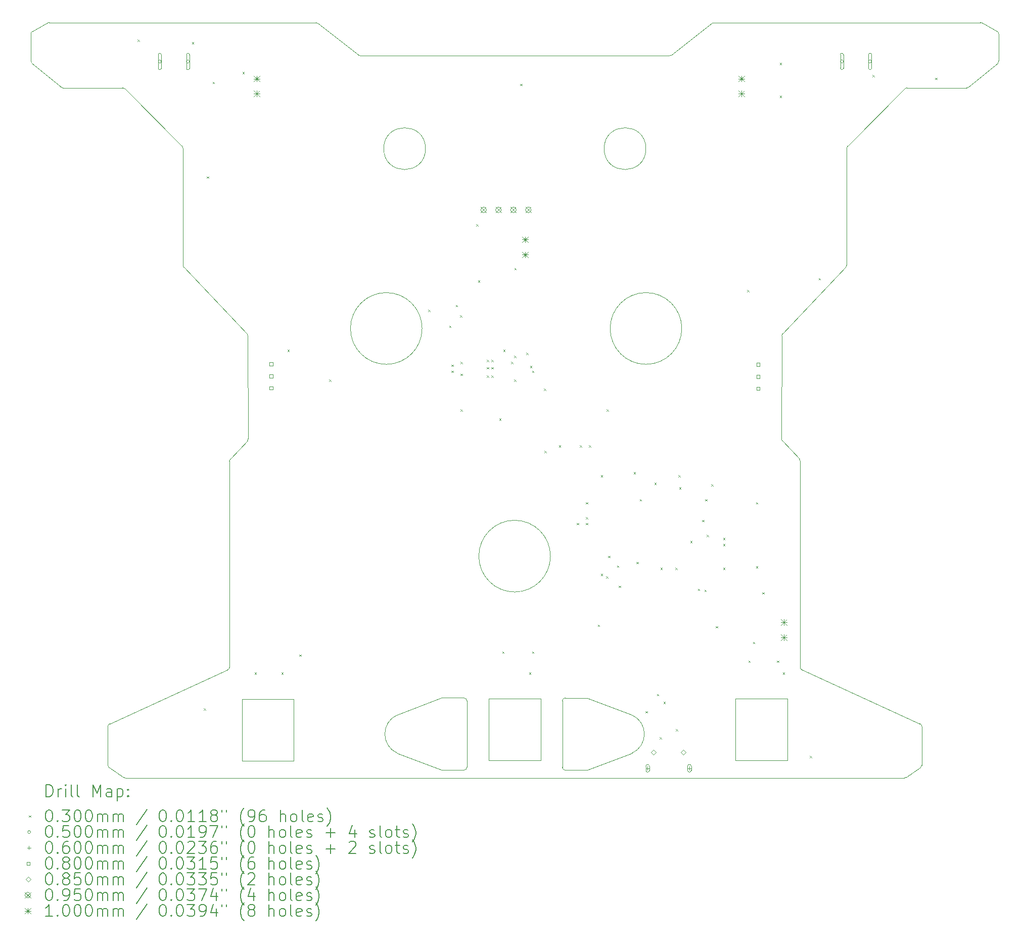
<source format=gbr>
%TF.GenerationSoftware,KiCad,Pcbnew,9.0.0*%
%TF.CreationDate,2025-03-18T22:36:04-07:00*%
%TF.ProjectId,steering wheel v4,73746565-7269-46e6-9720-776865656c20,B*%
%TF.SameCoordinates,Original*%
%TF.FileFunction,Drillmap*%
%TF.FilePolarity,Positive*%
%FSLAX45Y45*%
G04 Gerber Fmt 4.5, Leading zero omitted, Abs format (unit mm)*
G04 Created by KiCad (PCBNEW 9.0.0) date 2025-03-18 22:36:04*
%MOMM*%
%LPD*%
G01*
G04 APERTURE LIST*
%ADD10C,0.050000*%
%ADD11C,0.200000*%
%ADD12C,0.100000*%
G04 APERTURE END LIST*
D10*
X10709954Y-7767673D02*
G75*
G02*
X10723747Y-7801989I-36194J-34477D01*
G01*
X8670357Y-15200000D02*
X15195075Y-15200000D01*
X21728393Y-3665936D02*
X20767733Y-4626598D01*
X21728393Y-3665936D02*
G75*
G02*
X21763748Y-3651290I35357J-35354D01*
G01*
X14392000Y-15021221D02*
X14392000Y-13911221D01*
X20753088Y-4661952D02*
X20753088Y-6621239D01*
X22013038Y-14340931D02*
X22013038Y-14987505D01*
X7087112Y-2750819D02*
G75*
G02*
X7112971Y-2707036I49998J-1D01*
G01*
X22995149Y-2558644D02*
G75*
G02*
X23019324Y-2564857I31J-50017D01*
G01*
X20004776Y-13392137D02*
X21983799Y-14295446D01*
X20753088Y-4661952D02*
G75*
G02*
X20767734Y-4626597I49992J2D01*
G01*
X8670357Y-15200000D02*
G75*
G02*
X8642584Y-15191575I3J50000D01*
G01*
X7395000Y-2558644D02*
X11864912Y-2561530D01*
X17811605Y-3105691D02*
G75*
G02*
X17780820Y-3116291I-30785J39401D01*
G01*
X21747567Y-15191576D02*
G75*
G02*
X21719793Y-15199999I-27767J41556D01*
G01*
X22013038Y-14987505D02*
G75*
G02*
X21990813Y-15029084I-49998J-5D01*
G01*
X8377112Y-14340931D02*
G75*
G02*
X8406351Y-14295446I49998J2D01*
G01*
X22765042Y-3651291D02*
X21763748Y-3651291D01*
X19666402Y-7801989D02*
X19660605Y-9523879D01*
X13972680Y-13861000D02*
X14342030Y-13861221D01*
X13972680Y-15071000D02*
X14341970Y-15071221D01*
X21990812Y-15029082D02*
X21747567Y-15191576D01*
X19666402Y-7801989D02*
G75*
G02*
X19680194Y-7767670I50019J-171D01*
G01*
X23277180Y-2707034D02*
G75*
G02*
X23303036Y-2750819I-24130J-43776D01*
G01*
X20753088Y-6621239D02*
G75*
G02*
X20739293Y-6655724I-49998J-1D01*
G01*
X8399338Y-15029082D02*
X8642583Y-15191576D01*
X16040970Y-15071779D02*
G75*
G02*
X15991001Y-15021779I30J49999D01*
G01*
X16040970Y-15071779D02*
X16410320Y-15072000D01*
X23277180Y-2707034D02*
X23019324Y-2564858D01*
X15991000Y-13911779D02*
G75*
G02*
X16041030Y-13861780I50000J-1D01*
G01*
X10414612Y-13346651D02*
G75*
G02*
X10385374Y-13392137I-50002J1D01*
G01*
X10723748Y-7801989D02*
X10729545Y-9523879D01*
X19975538Y-9898607D02*
X19975538Y-13346651D01*
X12609329Y-3116291D02*
G75*
G02*
X12578545Y-3105691I1J50001D01*
G01*
X22995149Y-2558644D02*
X18525238Y-2561530D01*
X17391075Y-4669392D02*
G75*
G02*
X16691075Y-4669392I-350000J0D01*
G01*
X16691075Y-4669392D02*
G75*
G02*
X17391075Y-4669392I350000J0D01*
G01*
X18494486Y-2572131D02*
G75*
G02*
X18525238Y-2561530I30784J-39400D01*
G01*
X7370826Y-2564858D02*
G75*
G02*
X7395000Y-2558645I24134J-43762D01*
G01*
X9650856Y-6655724D02*
X10709954Y-7767673D01*
X19674178Y-9558298D02*
G75*
G02*
X19660606Y-9523879I36422J34248D01*
G01*
X10414612Y-9898607D02*
X10414612Y-13346651D01*
X7625107Y-3651291D02*
X8626402Y-3651291D01*
X22796905Y-3639824D02*
G75*
G02*
X22765042Y-3651292I-31866J38534D01*
G01*
X8377112Y-14340931D02*
X8377112Y-14987505D01*
X9622417Y-4626596D02*
G75*
G02*
X9637064Y-4661952I-35367J-35364D01*
G01*
X7105249Y-3236289D02*
X7593244Y-3639824D01*
X15792112Y-11488791D02*
G75*
G02*
X14592112Y-11488791I-600000J0D01*
G01*
X14592112Y-11488791D02*
G75*
G02*
X15792112Y-11488791I600000J0D01*
G01*
X23303038Y-3197757D02*
G75*
G02*
X23284899Y-3236287I-49988J-3D01*
G01*
X8661757Y-3665936D02*
X9622417Y-4626596D01*
X8399338Y-15029082D02*
G75*
G02*
X8377115Y-14987505I27772J41572D01*
G01*
X7625107Y-3651291D02*
G75*
G02*
X7593245Y-3639823I3J50001D01*
G01*
X10428186Y-9864355D02*
X10715971Y-9558298D01*
X13228680Y-14787000D02*
G75*
G02*
X13228680Y-14145000I140000J321000D01*
G01*
X7112970Y-2707034D02*
X7370826Y-2564858D01*
X16041030Y-13861779D02*
X16410320Y-13862000D01*
X20004776Y-13392137D02*
G75*
G02*
X19975538Y-13346651I20764J45487D01*
G01*
X23284901Y-3236289D02*
X22796905Y-3639824D01*
X13699075Y-4669392D02*
G75*
G02*
X12999075Y-4669392I-350000J0D01*
G01*
X12999075Y-4669392D02*
G75*
G02*
X13699075Y-4669392I350000J0D01*
G01*
X21719793Y-15200000D02*
X15195075Y-15200000D01*
X16410320Y-15072000D02*
X17154320Y-14788000D01*
X7087112Y-3197757D02*
X7087112Y-2750819D01*
X15991000Y-15021779D02*
X15991000Y-13911779D01*
X13642112Y-7678791D02*
G75*
G02*
X12442112Y-7678791I-600000J0D01*
G01*
X12442112Y-7678791D02*
G75*
G02*
X13642112Y-7678791I600000J0D01*
G01*
X17992112Y-7678791D02*
G75*
G02*
X16792112Y-7678791I-600000J0D01*
G01*
X16792112Y-7678791D02*
G75*
G02*
X17992112Y-7678791I600000J0D01*
G01*
X9650856Y-6655724D02*
G75*
G02*
X9637062Y-6621239I36204J34484D01*
G01*
X10729545Y-9523879D02*
G75*
G02*
X10715972Y-9558299I-49995J-171D01*
G01*
X10414612Y-9898607D02*
G75*
G02*
X10428188Y-9864357I49998J-3D01*
G01*
X20739293Y-6655724D02*
X19680196Y-7767673D01*
X14392000Y-15021221D02*
G75*
G02*
X14341970Y-15071220I-50000J1D01*
G01*
X9637062Y-4661952D02*
X9637062Y-6621239D01*
X11864912Y-2561530D02*
G75*
G02*
X11895664Y-2572130I-32J-50000D01*
G01*
X11895664Y-2572131D02*
X12578545Y-3105691D01*
X23303038Y-3197757D02*
X23303038Y-2750819D01*
X19961964Y-9864355D02*
X19674178Y-9558298D01*
X12609329Y-3116291D02*
X17780820Y-3116291D01*
X14342030Y-13861221D02*
G75*
G02*
X14391999Y-13911221I-30J-49999D01*
G01*
X13972680Y-15071000D02*
X13228680Y-14787000D01*
X17154320Y-14146000D02*
G75*
G02*
X17154320Y-14788000I-140000J-321000D01*
G01*
X16410320Y-13862000D02*
X17154320Y-14146000D01*
X13972680Y-13861000D02*
X13228680Y-14145000D01*
X7105249Y-3236289D02*
G75*
G02*
X7087110Y-3197757I31871J38539D01*
G01*
X10385374Y-13392137D02*
X8406351Y-14295446D01*
X18494486Y-2572131D02*
X17811605Y-3105691D01*
X21983799Y-14295446D02*
G75*
G02*
X22013038Y-14340931I-20759J-45484D01*
G01*
X8626402Y-3651291D02*
G75*
G02*
X8661756Y-3665937I-2J-49999D01*
G01*
X19961964Y-9864355D02*
G75*
G02*
X19975539Y-9898607I-36404J-34245D01*
G01*
X19764612Y-14908791D02*
X18894612Y-14908791D01*
X18894612Y-13873791D01*
X19764612Y-13873791D01*
X19764612Y-14908791D01*
X15629612Y-14906291D02*
X14759612Y-14906291D01*
X14759612Y-13871291D01*
X15629612Y-13871291D01*
X15629612Y-14906291D01*
X11494612Y-14913791D02*
X10624612Y-14913791D01*
X10624612Y-13878791D01*
X11494612Y-13878791D01*
X11494612Y-14913791D01*
D11*
D12*
X8876250Y-2843750D02*
X8906250Y-2873750D01*
X8906250Y-2843750D02*
X8876250Y-2873750D01*
X9785000Y-2885000D02*
X9815000Y-2915000D01*
X9815000Y-2885000D02*
X9785000Y-2915000D01*
X9985000Y-14035000D02*
X10015000Y-14065000D01*
X10015000Y-14035000D02*
X9985000Y-14065000D01*
X10035000Y-5135000D02*
X10065000Y-5165000D01*
X10065000Y-5135000D02*
X10035000Y-5165000D01*
X10135000Y-3552500D02*
X10165000Y-3582500D01*
X10165000Y-3552500D02*
X10135000Y-3582500D01*
X10635000Y-3385000D02*
X10665000Y-3415000D01*
X10665000Y-3385000D02*
X10635000Y-3415000D01*
X10834612Y-13435000D02*
X10864612Y-13465000D01*
X10864612Y-13435000D02*
X10834612Y-13465000D01*
X11285000Y-13435000D02*
X11315000Y-13465000D01*
X11315000Y-13435000D02*
X11285000Y-13465000D01*
X11385000Y-8035000D02*
X11415000Y-8065000D01*
X11415000Y-8035000D02*
X11385000Y-8065000D01*
X11585000Y-13135000D02*
X11615000Y-13165000D01*
X11615000Y-13135000D02*
X11585000Y-13165000D01*
X12085000Y-8535000D02*
X12115000Y-8565000D01*
X12115000Y-8535000D02*
X12085000Y-8565000D01*
X13745000Y-7365000D02*
X13775000Y-7395000D01*
X13775000Y-7365000D02*
X13745000Y-7395000D01*
X14097500Y-7630000D02*
X14127500Y-7660000D01*
X14127500Y-7630000D02*
X14097500Y-7660000D01*
X14135000Y-8285000D02*
X14165000Y-8315000D01*
X14165000Y-8285000D02*
X14135000Y-8315000D01*
X14135000Y-8385000D02*
X14165000Y-8415000D01*
X14165000Y-8385000D02*
X14135000Y-8415000D01*
X14205000Y-7285000D02*
X14235000Y-7315000D01*
X14235000Y-7285000D02*
X14205000Y-7315000D01*
X14277500Y-7460000D02*
X14307500Y-7490000D01*
X14307500Y-7460000D02*
X14277500Y-7490000D01*
X14285000Y-8235000D02*
X14315000Y-8265000D01*
X14315000Y-8235000D02*
X14285000Y-8265000D01*
X14285000Y-8435000D02*
X14315000Y-8465000D01*
X14315000Y-8435000D02*
X14285000Y-8465000D01*
X14285000Y-9035000D02*
X14315000Y-9065000D01*
X14315000Y-9035000D02*
X14285000Y-9065000D01*
X14547112Y-5936291D02*
X14577112Y-5966291D01*
X14577112Y-5936291D02*
X14547112Y-5966291D01*
X14577112Y-6876291D02*
X14607112Y-6906291D01*
X14607112Y-6876291D02*
X14577112Y-6906291D01*
X14725000Y-8205000D02*
X14755000Y-8235000D01*
X14755000Y-8205000D02*
X14725000Y-8235000D01*
X14725000Y-8325000D02*
X14755000Y-8355000D01*
X14755000Y-8325000D02*
X14725000Y-8355000D01*
X14725000Y-8465000D02*
X14755000Y-8495000D01*
X14755000Y-8465000D02*
X14725000Y-8495000D01*
X14805000Y-8205000D02*
X14835000Y-8235000D01*
X14835000Y-8205000D02*
X14805000Y-8235000D01*
X14805000Y-8325000D02*
X14835000Y-8355000D01*
X14835000Y-8325000D02*
X14805000Y-8355000D01*
X14805000Y-8465000D02*
X14835000Y-8495000D01*
X14835000Y-8465000D02*
X14805000Y-8495000D01*
X14935000Y-9185000D02*
X14965000Y-9215000D01*
X14965000Y-9185000D02*
X14935000Y-9215000D01*
X14985000Y-13085000D02*
X15015000Y-13115000D01*
X15015000Y-13085000D02*
X14985000Y-13115000D01*
X15003612Y-8035000D02*
X15033612Y-8065000D01*
X15033612Y-8035000D02*
X15003612Y-8065000D01*
X15135000Y-8235000D02*
X15165000Y-8265000D01*
X15165000Y-8235000D02*
X15135000Y-8265000D01*
X15185000Y-8135000D02*
X15215000Y-8165000D01*
X15215000Y-8135000D02*
X15185000Y-8165000D01*
X15185000Y-8535000D02*
X15215000Y-8565000D01*
X15215000Y-8535000D02*
X15185000Y-8565000D01*
X15187500Y-6667500D02*
X15217500Y-6697500D01*
X15217500Y-6667500D02*
X15187500Y-6697500D01*
X15285000Y-3585000D02*
X15315000Y-3615000D01*
X15315000Y-3585000D02*
X15285000Y-3615000D01*
X15385000Y-8085000D02*
X15415000Y-8115000D01*
X15415000Y-8085000D02*
X15385000Y-8115000D01*
X15435000Y-13435000D02*
X15465000Y-13465000D01*
X15465000Y-13435000D02*
X15435000Y-13465000D01*
X15450000Y-8305000D02*
X15480000Y-8335000D01*
X15480000Y-8305000D02*
X15450000Y-8335000D01*
X15485000Y-8385000D02*
X15515000Y-8415000D01*
X15515000Y-8385000D02*
X15485000Y-8415000D01*
X15485000Y-13085000D02*
X15515000Y-13115000D01*
X15515000Y-13085000D02*
X15485000Y-13115000D01*
X15685000Y-8685000D02*
X15715000Y-8715000D01*
X15715000Y-8685000D02*
X15685000Y-8715000D01*
X15693422Y-9726578D02*
X15723422Y-9756578D01*
X15723422Y-9726578D02*
X15693422Y-9756578D01*
X15935000Y-9635000D02*
X15965000Y-9665000D01*
X15965000Y-9635000D02*
X15935000Y-9665000D01*
X16235000Y-10935000D02*
X16265000Y-10965000D01*
X16265000Y-10935000D02*
X16235000Y-10965000D01*
X16285000Y-9635000D02*
X16315000Y-9665000D01*
X16315000Y-9635000D02*
X16285000Y-9665000D01*
X16385000Y-10585000D02*
X16415000Y-10615000D01*
X16415000Y-10585000D02*
X16385000Y-10615000D01*
X16385000Y-10835000D02*
X16415000Y-10865000D01*
X16415000Y-10835000D02*
X16385000Y-10865000D01*
X16385000Y-10935000D02*
X16415000Y-10965000D01*
X16415000Y-10935000D02*
X16385000Y-10965000D01*
X16435000Y-9635000D02*
X16465000Y-9665000D01*
X16465000Y-9635000D02*
X16435000Y-9665000D01*
X16585000Y-12635000D02*
X16615000Y-12665000D01*
X16615000Y-12635000D02*
X16585000Y-12665000D01*
X16635000Y-10135000D02*
X16665000Y-10165000D01*
X16665000Y-10135000D02*
X16635000Y-10165000D01*
X16635000Y-11785000D02*
X16665000Y-11815000D01*
X16665000Y-11785000D02*
X16635000Y-11815000D01*
X16725000Y-11825000D02*
X16755000Y-11855000D01*
X16755000Y-11825000D02*
X16725000Y-11855000D01*
X16735000Y-9035000D02*
X16765000Y-9065000D01*
X16765000Y-9035000D02*
X16735000Y-9065000D01*
X16760000Y-11485000D02*
X16790000Y-11515000D01*
X16790000Y-11485000D02*
X16760000Y-11515000D01*
X16905000Y-11645000D02*
X16935000Y-11675000D01*
X16935000Y-11645000D02*
X16905000Y-11675000D01*
X16935000Y-11985000D02*
X16965000Y-12015000D01*
X16965000Y-11985000D02*
X16935000Y-12015000D01*
X17185000Y-10085000D02*
X17215000Y-10115000D01*
X17215000Y-10085000D02*
X17185000Y-10115000D01*
X17235000Y-11585000D02*
X17265000Y-11615000D01*
X17265000Y-11585000D02*
X17235000Y-11615000D01*
X17289000Y-10535000D02*
X17319000Y-10565000D01*
X17319000Y-10535000D02*
X17289000Y-10565000D01*
X17385000Y-14085000D02*
X17415000Y-14115000D01*
X17415000Y-14085000D02*
X17385000Y-14115000D01*
X17535000Y-10262500D02*
X17565000Y-10292500D01*
X17565000Y-10262500D02*
X17535000Y-10292500D01*
X17575000Y-13795000D02*
X17605000Y-13825000D01*
X17605000Y-13795000D02*
X17575000Y-13825000D01*
X17622500Y-14519604D02*
X17652500Y-14549604D01*
X17652500Y-14519604D02*
X17622500Y-14549604D01*
X17635000Y-11685000D02*
X17665000Y-11715000D01*
X17665000Y-11685000D02*
X17635000Y-11715000D01*
X17685000Y-13925000D02*
X17715000Y-13955000D01*
X17715000Y-13925000D02*
X17685000Y-13955000D01*
X17885000Y-11685000D02*
X17915000Y-11715000D01*
X17915000Y-11685000D02*
X17885000Y-11715000D01*
X17895000Y-14385000D02*
X17925000Y-14415000D01*
X17925000Y-14385000D02*
X17895000Y-14415000D01*
X17935000Y-10135000D02*
X17965000Y-10165000D01*
X17965000Y-10135000D02*
X17935000Y-10165000D01*
X17950100Y-10335000D02*
X17980100Y-10365000D01*
X17980100Y-10335000D02*
X17950100Y-10365000D01*
X18135000Y-11235000D02*
X18165000Y-11265000D01*
X18165000Y-11235000D02*
X18135000Y-11265000D01*
X18260000Y-12035000D02*
X18290000Y-12065000D01*
X18290000Y-12035000D02*
X18260000Y-12065000D01*
X18335000Y-10885000D02*
X18365000Y-10915000D01*
X18365000Y-10885000D02*
X18335000Y-10915000D01*
X18370000Y-12050000D02*
X18400000Y-12080000D01*
X18400000Y-12050000D02*
X18370000Y-12080000D01*
X18385000Y-10535000D02*
X18415000Y-10565000D01*
X18415000Y-10535000D02*
X18385000Y-10565000D01*
X18410000Y-11135000D02*
X18440000Y-11165000D01*
X18440000Y-11135000D02*
X18410000Y-11165000D01*
X18485000Y-10285000D02*
X18515000Y-10315000D01*
X18515000Y-10285000D02*
X18485000Y-10315000D01*
X18560000Y-12660000D02*
X18590000Y-12690000D01*
X18590000Y-12660000D02*
X18560000Y-12690000D01*
X18685000Y-11185000D02*
X18715000Y-11215000D01*
X18715000Y-11185000D02*
X18685000Y-11215000D01*
X18685000Y-11285000D02*
X18715000Y-11315000D01*
X18715000Y-11285000D02*
X18685000Y-11315000D01*
X18685000Y-11685000D02*
X18715000Y-11715000D01*
X18715000Y-11685000D02*
X18685000Y-11715000D01*
X19085000Y-7035000D02*
X19115000Y-7065000D01*
X19115000Y-7035000D02*
X19085000Y-7065000D01*
X19110000Y-13235000D02*
X19140000Y-13265000D01*
X19140000Y-13235000D02*
X19110000Y-13265000D01*
X19185000Y-12923900D02*
X19215000Y-12953900D01*
X19215000Y-12923900D02*
X19185000Y-12953900D01*
X19235000Y-10585000D02*
X19265000Y-10615000D01*
X19265000Y-10585000D02*
X19235000Y-10615000D01*
X19235000Y-11660000D02*
X19265000Y-11690000D01*
X19265000Y-11660000D02*
X19235000Y-11690000D01*
X19343362Y-12093997D02*
X19373362Y-12123997D01*
X19373362Y-12093997D02*
X19343362Y-12123997D01*
X19585000Y-13235000D02*
X19615000Y-13265000D01*
X19615000Y-13235000D02*
X19585000Y-13265000D01*
X19635000Y-3235000D02*
X19665000Y-3265000D01*
X19665000Y-3235000D02*
X19635000Y-3265000D01*
X19635000Y-3785000D02*
X19665000Y-3815000D01*
X19665000Y-3785000D02*
X19635000Y-3815000D01*
X19685000Y-13435000D02*
X19715000Y-13465000D01*
X19715000Y-13435000D02*
X19685000Y-13465000D01*
X20135000Y-14835000D02*
X20165000Y-14865000D01*
X20165000Y-14835000D02*
X20135000Y-14865000D01*
X20285000Y-6835000D02*
X20315000Y-6865000D01*
X20315000Y-6835000D02*
X20285000Y-6865000D01*
X21185000Y-3435000D02*
X21215000Y-3465000D01*
X21215000Y-3435000D02*
X21185000Y-3465000D01*
X22235000Y-3485000D02*
X22265000Y-3515000D01*
X22265000Y-3485000D02*
X22235000Y-3515000D01*
X9272563Y-3211291D02*
G75*
G02*
X9222563Y-3211291I-25000J0D01*
G01*
X9222563Y-3211291D02*
G75*
G02*
X9272563Y-3211291I25000J0D01*
G01*
X9222563Y-3098791D02*
X9222563Y-3323791D01*
X9272563Y-3323791D02*
G75*
G02*
X9222563Y-3323791I-25000J0D01*
G01*
X9272563Y-3323791D02*
X9272563Y-3098791D01*
X9272563Y-3098791D02*
G75*
G03*
X9222563Y-3098791I-25000J0D01*
G01*
X9744563Y-3211291D02*
G75*
G02*
X9694563Y-3211291I-25000J0D01*
G01*
X9694563Y-3211291D02*
G75*
G02*
X9744563Y-3211291I25000J0D01*
G01*
X9694563Y-3098791D02*
X9694563Y-3323791D01*
X9744563Y-3323791D02*
G75*
G02*
X9694563Y-3323791I-25000J0D01*
G01*
X9744563Y-3323791D02*
X9744563Y-3098791D01*
X9744563Y-3098791D02*
G75*
G03*
X9694563Y-3098791I-25000J0D01*
G01*
X20698912Y-3209541D02*
G75*
G02*
X20648912Y-3209541I-25000J0D01*
G01*
X20648912Y-3209541D02*
G75*
G02*
X20698912Y-3209541I25000J0D01*
G01*
X20648912Y-3097041D02*
X20648912Y-3322041D01*
X20698912Y-3322041D02*
G75*
G02*
X20648912Y-3322041I-25000J0D01*
G01*
X20698912Y-3322041D02*
X20698912Y-3097041D01*
X20698912Y-3097041D02*
G75*
G03*
X20648912Y-3097041I-25000J0D01*
G01*
X21170912Y-3209541D02*
G75*
G02*
X21120912Y-3209541I-25000J0D01*
G01*
X21120912Y-3209541D02*
G75*
G02*
X21170912Y-3209541I25000J0D01*
G01*
X21120912Y-3097041D02*
X21120912Y-3322041D01*
X21170912Y-3322041D02*
G75*
G02*
X21120912Y-3322041I-25000J0D01*
G01*
X21170912Y-3322041D02*
X21170912Y-3097041D01*
X21170912Y-3097041D02*
G75*
G03*
X21120912Y-3097041I-25000J0D01*
G01*
X17420000Y-15010250D02*
X17420000Y-15070250D01*
X17390000Y-15040250D02*
X17450000Y-15040250D01*
X17450000Y-15075250D02*
X17450000Y-15005250D01*
X17390000Y-15005250D02*
G75*
G02*
X17450000Y-15005250I30000J0D01*
G01*
X17390000Y-15005250D02*
X17390000Y-15075250D01*
X17390000Y-15075250D02*
G75*
G03*
X17450000Y-15075250I30000J0D01*
G01*
X18120000Y-15010250D02*
X18120000Y-15070250D01*
X18090000Y-15040250D02*
X18150000Y-15040250D01*
X18090000Y-15005250D02*
X18090000Y-15075250D01*
X18150000Y-15075250D02*
G75*
G02*
X18090000Y-15075250I-30000J0D01*
G01*
X18150000Y-15075250D02*
X18150000Y-15005250D01*
X18150000Y-15005250D02*
G75*
G03*
X18090000Y-15005250I-30000J0D01*
G01*
X11143897Y-8303576D02*
X11143897Y-8247007D01*
X11087328Y-8247007D01*
X11087328Y-8303576D01*
X11143897Y-8303576D01*
X11143897Y-8503576D02*
X11143897Y-8447007D01*
X11087328Y-8447007D01*
X11087328Y-8503576D01*
X11143897Y-8503576D01*
X11143897Y-8703576D02*
X11143897Y-8647007D01*
X11087328Y-8647007D01*
X11087328Y-8703576D01*
X11143897Y-8703576D01*
X19300397Y-8312076D02*
X19300397Y-8255507D01*
X19243828Y-8255507D01*
X19243828Y-8312076D01*
X19300397Y-8312076D01*
X19300397Y-8512076D02*
X19300397Y-8455507D01*
X19243828Y-8455507D01*
X19243828Y-8512076D01*
X19300397Y-8512076D01*
X19300397Y-8712076D02*
X19300397Y-8655507D01*
X19243828Y-8655507D01*
X19243828Y-8712076D01*
X19300397Y-8712076D01*
X17520000Y-14812750D02*
X17562500Y-14770250D01*
X17520000Y-14727750D01*
X17477500Y-14770250D01*
X17520000Y-14812750D01*
X18020000Y-14812750D02*
X18062500Y-14770250D01*
X18020000Y-14727750D01*
X17977500Y-14770250D01*
X18020000Y-14812750D01*
X14624612Y-5646291D02*
X14719612Y-5741291D01*
X14719612Y-5646291D02*
X14624612Y-5741291D01*
X14719612Y-5693791D02*
G75*
G02*
X14624612Y-5693791I-47500J0D01*
G01*
X14624612Y-5693791D02*
G75*
G02*
X14719612Y-5693791I47500J0D01*
G01*
X14874612Y-5646291D02*
X14969612Y-5741291D01*
X14969612Y-5646291D02*
X14874612Y-5741291D01*
X14969612Y-5693791D02*
G75*
G02*
X14874612Y-5693791I-47500J0D01*
G01*
X14874612Y-5693791D02*
G75*
G02*
X14969612Y-5693791I47500J0D01*
G01*
X15124612Y-5646291D02*
X15219612Y-5741291D01*
X15219612Y-5646291D02*
X15124612Y-5741291D01*
X15219612Y-5693791D02*
G75*
G02*
X15124612Y-5693791I-47500J0D01*
G01*
X15124612Y-5693791D02*
G75*
G02*
X15219612Y-5693791I47500J0D01*
G01*
X15374612Y-5646291D02*
X15469612Y-5741291D01*
X15469612Y-5646291D02*
X15374612Y-5741291D01*
X15469612Y-5693791D02*
G75*
G02*
X15374612Y-5693791I-47500J0D01*
G01*
X15374612Y-5693791D02*
G75*
G02*
X15469612Y-5693791I47500J0D01*
G01*
X10822112Y-3448791D02*
X10922112Y-3548791D01*
X10922112Y-3448791D02*
X10822112Y-3548791D01*
X10872112Y-3448791D02*
X10872112Y-3548791D01*
X10822112Y-3498791D02*
X10922112Y-3498791D01*
X10822112Y-3698791D02*
X10922112Y-3798791D01*
X10922112Y-3698791D02*
X10822112Y-3798791D01*
X10872112Y-3698791D02*
X10872112Y-3798791D01*
X10822112Y-3748791D02*
X10922112Y-3748791D01*
X15320000Y-6140000D02*
X15420000Y-6240000D01*
X15420000Y-6140000D02*
X15320000Y-6240000D01*
X15370000Y-6140000D02*
X15370000Y-6240000D01*
X15320000Y-6190000D02*
X15420000Y-6190000D01*
X15320000Y-6394000D02*
X15420000Y-6494000D01*
X15420000Y-6394000D02*
X15320000Y-6494000D01*
X15370000Y-6394000D02*
X15370000Y-6494000D01*
X15320000Y-6444000D02*
X15420000Y-6444000D01*
X18942112Y-3448791D02*
X19042112Y-3548791D01*
X19042112Y-3448791D02*
X18942112Y-3548791D01*
X18992112Y-3448791D02*
X18992112Y-3548791D01*
X18942112Y-3498791D02*
X19042112Y-3498791D01*
X18942112Y-3698791D02*
X19042112Y-3798791D01*
X19042112Y-3698791D02*
X18942112Y-3798791D01*
X18992112Y-3698791D02*
X18992112Y-3798791D01*
X18942112Y-3748791D02*
X19042112Y-3748791D01*
X19656250Y-12542706D02*
X19756250Y-12642706D01*
X19756250Y-12542706D02*
X19656250Y-12642706D01*
X19706250Y-12542706D02*
X19706250Y-12642706D01*
X19656250Y-12592706D02*
X19756250Y-12592706D01*
X19656250Y-12796706D02*
X19756250Y-12896706D01*
X19756250Y-12796706D02*
X19656250Y-12896706D01*
X19706250Y-12796706D02*
X19706250Y-12896706D01*
X19656250Y-12846706D02*
X19756250Y-12846706D01*
D11*
X7345389Y-15513984D02*
X7345389Y-15313984D01*
X7345389Y-15313984D02*
X7393008Y-15313984D01*
X7393008Y-15313984D02*
X7421579Y-15323508D01*
X7421579Y-15323508D02*
X7440627Y-15342555D01*
X7440627Y-15342555D02*
X7450151Y-15361603D01*
X7450151Y-15361603D02*
X7459675Y-15399698D01*
X7459675Y-15399698D02*
X7459675Y-15428269D01*
X7459675Y-15428269D02*
X7450151Y-15466365D01*
X7450151Y-15466365D02*
X7440627Y-15485412D01*
X7440627Y-15485412D02*
X7421579Y-15504460D01*
X7421579Y-15504460D02*
X7393008Y-15513984D01*
X7393008Y-15513984D02*
X7345389Y-15513984D01*
X7545389Y-15513984D02*
X7545389Y-15380650D01*
X7545389Y-15418746D02*
X7554913Y-15399698D01*
X7554913Y-15399698D02*
X7564437Y-15390174D01*
X7564437Y-15390174D02*
X7583484Y-15380650D01*
X7583484Y-15380650D02*
X7602532Y-15380650D01*
X7669198Y-15513984D02*
X7669198Y-15380650D01*
X7669198Y-15313984D02*
X7659675Y-15323508D01*
X7659675Y-15323508D02*
X7669198Y-15333031D01*
X7669198Y-15333031D02*
X7678722Y-15323508D01*
X7678722Y-15323508D02*
X7669198Y-15313984D01*
X7669198Y-15313984D02*
X7669198Y-15333031D01*
X7793008Y-15513984D02*
X7773960Y-15504460D01*
X7773960Y-15504460D02*
X7764437Y-15485412D01*
X7764437Y-15485412D02*
X7764437Y-15313984D01*
X7897770Y-15513984D02*
X7878722Y-15504460D01*
X7878722Y-15504460D02*
X7869198Y-15485412D01*
X7869198Y-15485412D02*
X7869198Y-15313984D01*
X8126341Y-15513984D02*
X8126341Y-15313984D01*
X8126341Y-15313984D02*
X8193008Y-15456841D01*
X8193008Y-15456841D02*
X8259675Y-15313984D01*
X8259675Y-15313984D02*
X8259675Y-15513984D01*
X8440627Y-15513984D02*
X8440627Y-15409222D01*
X8440627Y-15409222D02*
X8431103Y-15390174D01*
X8431103Y-15390174D02*
X8412056Y-15380650D01*
X8412056Y-15380650D02*
X8373960Y-15380650D01*
X8373960Y-15380650D02*
X8354913Y-15390174D01*
X8440627Y-15504460D02*
X8421580Y-15513984D01*
X8421580Y-15513984D02*
X8373960Y-15513984D01*
X8373960Y-15513984D02*
X8354913Y-15504460D01*
X8354913Y-15504460D02*
X8345389Y-15485412D01*
X8345389Y-15485412D02*
X8345389Y-15466365D01*
X8345389Y-15466365D02*
X8354913Y-15447317D01*
X8354913Y-15447317D02*
X8373960Y-15437793D01*
X8373960Y-15437793D02*
X8421580Y-15437793D01*
X8421580Y-15437793D02*
X8440627Y-15428269D01*
X8535865Y-15380650D02*
X8535865Y-15580650D01*
X8535865Y-15390174D02*
X8554913Y-15380650D01*
X8554913Y-15380650D02*
X8593008Y-15380650D01*
X8593008Y-15380650D02*
X8612056Y-15390174D01*
X8612056Y-15390174D02*
X8621580Y-15399698D01*
X8621580Y-15399698D02*
X8631103Y-15418746D01*
X8631103Y-15418746D02*
X8631103Y-15475888D01*
X8631103Y-15475888D02*
X8621580Y-15494936D01*
X8621580Y-15494936D02*
X8612056Y-15504460D01*
X8612056Y-15504460D02*
X8593008Y-15513984D01*
X8593008Y-15513984D02*
X8554913Y-15513984D01*
X8554913Y-15513984D02*
X8535865Y-15504460D01*
X8716818Y-15494936D02*
X8726341Y-15504460D01*
X8726341Y-15504460D02*
X8716818Y-15513984D01*
X8716818Y-15513984D02*
X8707294Y-15504460D01*
X8707294Y-15504460D02*
X8716818Y-15494936D01*
X8716818Y-15494936D02*
X8716818Y-15513984D01*
X8716818Y-15390174D02*
X8726341Y-15399698D01*
X8726341Y-15399698D02*
X8716818Y-15409222D01*
X8716818Y-15409222D02*
X8707294Y-15399698D01*
X8707294Y-15399698D02*
X8716818Y-15390174D01*
X8716818Y-15390174D02*
X8716818Y-15409222D01*
D12*
X7054612Y-15827500D02*
X7084612Y-15857500D01*
X7084612Y-15827500D02*
X7054612Y-15857500D01*
D11*
X7383484Y-15733984D02*
X7402532Y-15733984D01*
X7402532Y-15733984D02*
X7421579Y-15743508D01*
X7421579Y-15743508D02*
X7431103Y-15753031D01*
X7431103Y-15753031D02*
X7440627Y-15772079D01*
X7440627Y-15772079D02*
X7450151Y-15810174D01*
X7450151Y-15810174D02*
X7450151Y-15857793D01*
X7450151Y-15857793D02*
X7440627Y-15895888D01*
X7440627Y-15895888D02*
X7431103Y-15914936D01*
X7431103Y-15914936D02*
X7421579Y-15924460D01*
X7421579Y-15924460D02*
X7402532Y-15933984D01*
X7402532Y-15933984D02*
X7383484Y-15933984D01*
X7383484Y-15933984D02*
X7364437Y-15924460D01*
X7364437Y-15924460D02*
X7354913Y-15914936D01*
X7354913Y-15914936D02*
X7345389Y-15895888D01*
X7345389Y-15895888D02*
X7335865Y-15857793D01*
X7335865Y-15857793D02*
X7335865Y-15810174D01*
X7335865Y-15810174D02*
X7345389Y-15772079D01*
X7345389Y-15772079D02*
X7354913Y-15753031D01*
X7354913Y-15753031D02*
X7364437Y-15743508D01*
X7364437Y-15743508D02*
X7383484Y-15733984D01*
X7535865Y-15914936D02*
X7545389Y-15924460D01*
X7545389Y-15924460D02*
X7535865Y-15933984D01*
X7535865Y-15933984D02*
X7526341Y-15924460D01*
X7526341Y-15924460D02*
X7535865Y-15914936D01*
X7535865Y-15914936D02*
X7535865Y-15933984D01*
X7612056Y-15733984D02*
X7735865Y-15733984D01*
X7735865Y-15733984D02*
X7669198Y-15810174D01*
X7669198Y-15810174D02*
X7697770Y-15810174D01*
X7697770Y-15810174D02*
X7716818Y-15819698D01*
X7716818Y-15819698D02*
X7726341Y-15829222D01*
X7726341Y-15829222D02*
X7735865Y-15848269D01*
X7735865Y-15848269D02*
X7735865Y-15895888D01*
X7735865Y-15895888D02*
X7726341Y-15914936D01*
X7726341Y-15914936D02*
X7716818Y-15924460D01*
X7716818Y-15924460D02*
X7697770Y-15933984D01*
X7697770Y-15933984D02*
X7640627Y-15933984D01*
X7640627Y-15933984D02*
X7621579Y-15924460D01*
X7621579Y-15924460D02*
X7612056Y-15914936D01*
X7859675Y-15733984D02*
X7878722Y-15733984D01*
X7878722Y-15733984D02*
X7897770Y-15743508D01*
X7897770Y-15743508D02*
X7907294Y-15753031D01*
X7907294Y-15753031D02*
X7916818Y-15772079D01*
X7916818Y-15772079D02*
X7926341Y-15810174D01*
X7926341Y-15810174D02*
X7926341Y-15857793D01*
X7926341Y-15857793D02*
X7916818Y-15895888D01*
X7916818Y-15895888D02*
X7907294Y-15914936D01*
X7907294Y-15914936D02*
X7897770Y-15924460D01*
X7897770Y-15924460D02*
X7878722Y-15933984D01*
X7878722Y-15933984D02*
X7859675Y-15933984D01*
X7859675Y-15933984D02*
X7840627Y-15924460D01*
X7840627Y-15924460D02*
X7831103Y-15914936D01*
X7831103Y-15914936D02*
X7821579Y-15895888D01*
X7821579Y-15895888D02*
X7812056Y-15857793D01*
X7812056Y-15857793D02*
X7812056Y-15810174D01*
X7812056Y-15810174D02*
X7821579Y-15772079D01*
X7821579Y-15772079D02*
X7831103Y-15753031D01*
X7831103Y-15753031D02*
X7840627Y-15743508D01*
X7840627Y-15743508D02*
X7859675Y-15733984D01*
X8050151Y-15733984D02*
X8069199Y-15733984D01*
X8069199Y-15733984D02*
X8088246Y-15743508D01*
X8088246Y-15743508D02*
X8097770Y-15753031D01*
X8097770Y-15753031D02*
X8107294Y-15772079D01*
X8107294Y-15772079D02*
X8116818Y-15810174D01*
X8116818Y-15810174D02*
X8116818Y-15857793D01*
X8116818Y-15857793D02*
X8107294Y-15895888D01*
X8107294Y-15895888D02*
X8097770Y-15914936D01*
X8097770Y-15914936D02*
X8088246Y-15924460D01*
X8088246Y-15924460D02*
X8069199Y-15933984D01*
X8069199Y-15933984D02*
X8050151Y-15933984D01*
X8050151Y-15933984D02*
X8031103Y-15924460D01*
X8031103Y-15924460D02*
X8021579Y-15914936D01*
X8021579Y-15914936D02*
X8012056Y-15895888D01*
X8012056Y-15895888D02*
X8002532Y-15857793D01*
X8002532Y-15857793D02*
X8002532Y-15810174D01*
X8002532Y-15810174D02*
X8012056Y-15772079D01*
X8012056Y-15772079D02*
X8021579Y-15753031D01*
X8021579Y-15753031D02*
X8031103Y-15743508D01*
X8031103Y-15743508D02*
X8050151Y-15733984D01*
X8202532Y-15933984D02*
X8202532Y-15800650D01*
X8202532Y-15819698D02*
X8212056Y-15810174D01*
X8212056Y-15810174D02*
X8231103Y-15800650D01*
X8231103Y-15800650D02*
X8259675Y-15800650D01*
X8259675Y-15800650D02*
X8278722Y-15810174D01*
X8278722Y-15810174D02*
X8288246Y-15829222D01*
X8288246Y-15829222D02*
X8288246Y-15933984D01*
X8288246Y-15829222D02*
X8297770Y-15810174D01*
X8297770Y-15810174D02*
X8316818Y-15800650D01*
X8316818Y-15800650D02*
X8345389Y-15800650D01*
X8345389Y-15800650D02*
X8364437Y-15810174D01*
X8364437Y-15810174D02*
X8373960Y-15829222D01*
X8373960Y-15829222D02*
X8373960Y-15933984D01*
X8469199Y-15933984D02*
X8469199Y-15800650D01*
X8469199Y-15819698D02*
X8478722Y-15810174D01*
X8478722Y-15810174D02*
X8497770Y-15800650D01*
X8497770Y-15800650D02*
X8526342Y-15800650D01*
X8526342Y-15800650D02*
X8545389Y-15810174D01*
X8545389Y-15810174D02*
X8554913Y-15829222D01*
X8554913Y-15829222D02*
X8554913Y-15933984D01*
X8554913Y-15829222D02*
X8564437Y-15810174D01*
X8564437Y-15810174D02*
X8583484Y-15800650D01*
X8583484Y-15800650D02*
X8612056Y-15800650D01*
X8612056Y-15800650D02*
X8631103Y-15810174D01*
X8631103Y-15810174D02*
X8640627Y-15829222D01*
X8640627Y-15829222D02*
X8640627Y-15933984D01*
X9031103Y-15724460D02*
X8859675Y-15981603D01*
X9288246Y-15733984D02*
X9307294Y-15733984D01*
X9307294Y-15733984D02*
X9326342Y-15743508D01*
X9326342Y-15743508D02*
X9335865Y-15753031D01*
X9335865Y-15753031D02*
X9345389Y-15772079D01*
X9345389Y-15772079D02*
X9354913Y-15810174D01*
X9354913Y-15810174D02*
X9354913Y-15857793D01*
X9354913Y-15857793D02*
X9345389Y-15895888D01*
X9345389Y-15895888D02*
X9335865Y-15914936D01*
X9335865Y-15914936D02*
X9326342Y-15924460D01*
X9326342Y-15924460D02*
X9307294Y-15933984D01*
X9307294Y-15933984D02*
X9288246Y-15933984D01*
X9288246Y-15933984D02*
X9269199Y-15924460D01*
X9269199Y-15924460D02*
X9259675Y-15914936D01*
X9259675Y-15914936D02*
X9250151Y-15895888D01*
X9250151Y-15895888D02*
X9240627Y-15857793D01*
X9240627Y-15857793D02*
X9240627Y-15810174D01*
X9240627Y-15810174D02*
X9250151Y-15772079D01*
X9250151Y-15772079D02*
X9259675Y-15753031D01*
X9259675Y-15753031D02*
X9269199Y-15743508D01*
X9269199Y-15743508D02*
X9288246Y-15733984D01*
X9440627Y-15914936D02*
X9450151Y-15924460D01*
X9450151Y-15924460D02*
X9440627Y-15933984D01*
X9440627Y-15933984D02*
X9431104Y-15924460D01*
X9431104Y-15924460D02*
X9440627Y-15914936D01*
X9440627Y-15914936D02*
X9440627Y-15933984D01*
X9573961Y-15733984D02*
X9593008Y-15733984D01*
X9593008Y-15733984D02*
X9612056Y-15743508D01*
X9612056Y-15743508D02*
X9621580Y-15753031D01*
X9621580Y-15753031D02*
X9631104Y-15772079D01*
X9631104Y-15772079D02*
X9640627Y-15810174D01*
X9640627Y-15810174D02*
X9640627Y-15857793D01*
X9640627Y-15857793D02*
X9631104Y-15895888D01*
X9631104Y-15895888D02*
X9621580Y-15914936D01*
X9621580Y-15914936D02*
X9612056Y-15924460D01*
X9612056Y-15924460D02*
X9593008Y-15933984D01*
X9593008Y-15933984D02*
X9573961Y-15933984D01*
X9573961Y-15933984D02*
X9554913Y-15924460D01*
X9554913Y-15924460D02*
X9545389Y-15914936D01*
X9545389Y-15914936D02*
X9535865Y-15895888D01*
X9535865Y-15895888D02*
X9526342Y-15857793D01*
X9526342Y-15857793D02*
X9526342Y-15810174D01*
X9526342Y-15810174D02*
X9535865Y-15772079D01*
X9535865Y-15772079D02*
X9545389Y-15753031D01*
X9545389Y-15753031D02*
X9554913Y-15743508D01*
X9554913Y-15743508D02*
X9573961Y-15733984D01*
X9831104Y-15933984D02*
X9716818Y-15933984D01*
X9773961Y-15933984D02*
X9773961Y-15733984D01*
X9773961Y-15733984D02*
X9754913Y-15762555D01*
X9754913Y-15762555D02*
X9735865Y-15781603D01*
X9735865Y-15781603D02*
X9716818Y-15791127D01*
X10021580Y-15933984D02*
X9907294Y-15933984D01*
X9964437Y-15933984D02*
X9964437Y-15733984D01*
X9964437Y-15733984D02*
X9945389Y-15762555D01*
X9945389Y-15762555D02*
X9926342Y-15781603D01*
X9926342Y-15781603D02*
X9907294Y-15791127D01*
X10135865Y-15819698D02*
X10116818Y-15810174D01*
X10116818Y-15810174D02*
X10107294Y-15800650D01*
X10107294Y-15800650D02*
X10097770Y-15781603D01*
X10097770Y-15781603D02*
X10097770Y-15772079D01*
X10097770Y-15772079D02*
X10107294Y-15753031D01*
X10107294Y-15753031D02*
X10116818Y-15743508D01*
X10116818Y-15743508D02*
X10135865Y-15733984D01*
X10135865Y-15733984D02*
X10173961Y-15733984D01*
X10173961Y-15733984D02*
X10193008Y-15743508D01*
X10193008Y-15743508D02*
X10202532Y-15753031D01*
X10202532Y-15753031D02*
X10212056Y-15772079D01*
X10212056Y-15772079D02*
X10212056Y-15781603D01*
X10212056Y-15781603D02*
X10202532Y-15800650D01*
X10202532Y-15800650D02*
X10193008Y-15810174D01*
X10193008Y-15810174D02*
X10173961Y-15819698D01*
X10173961Y-15819698D02*
X10135865Y-15819698D01*
X10135865Y-15819698D02*
X10116818Y-15829222D01*
X10116818Y-15829222D02*
X10107294Y-15838746D01*
X10107294Y-15838746D02*
X10097770Y-15857793D01*
X10097770Y-15857793D02*
X10097770Y-15895888D01*
X10097770Y-15895888D02*
X10107294Y-15914936D01*
X10107294Y-15914936D02*
X10116818Y-15924460D01*
X10116818Y-15924460D02*
X10135865Y-15933984D01*
X10135865Y-15933984D02*
X10173961Y-15933984D01*
X10173961Y-15933984D02*
X10193008Y-15924460D01*
X10193008Y-15924460D02*
X10202532Y-15914936D01*
X10202532Y-15914936D02*
X10212056Y-15895888D01*
X10212056Y-15895888D02*
X10212056Y-15857793D01*
X10212056Y-15857793D02*
X10202532Y-15838746D01*
X10202532Y-15838746D02*
X10193008Y-15829222D01*
X10193008Y-15829222D02*
X10173961Y-15819698D01*
X10288246Y-15733984D02*
X10288246Y-15772079D01*
X10364437Y-15733984D02*
X10364437Y-15772079D01*
X10659675Y-16010174D02*
X10650151Y-16000650D01*
X10650151Y-16000650D02*
X10631104Y-15972079D01*
X10631104Y-15972079D02*
X10621580Y-15953031D01*
X10621580Y-15953031D02*
X10612056Y-15924460D01*
X10612056Y-15924460D02*
X10602532Y-15876841D01*
X10602532Y-15876841D02*
X10602532Y-15838746D01*
X10602532Y-15838746D02*
X10612056Y-15791127D01*
X10612056Y-15791127D02*
X10621580Y-15762555D01*
X10621580Y-15762555D02*
X10631104Y-15743508D01*
X10631104Y-15743508D02*
X10650151Y-15714936D01*
X10650151Y-15714936D02*
X10659675Y-15705412D01*
X10745389Y-15933984D02*
X10783485Y-15933984D01*
X10783485Y-15933984D02*
X10802532Y-15924460D01*
X10802532Y-15924460D02*
X10812056Y-15914936D01*
X10812056Y-15914936D02*
X10831104Y-15886365D01*
X10831104Y-15886365D02*
X10840627Y-15848269D01*
X10840627Y-15848269D02*
X10840627Y-15772079D01*
X10840627Y-15772079D02*
X10831104Y-15753031D01*
X10831104Y-15753031D02*
X10821580Y-15743508D01*
X10821580Y-15743508D02*
X10802532Y-15733984D01*
X10802532Y-15733984D02*
X10764437Y-15733984D01*
X10764437Y-15733984D02*
X10745389Y-15743508D01*
X10745389Y-15743508D02*
X10735866Y-15753031D01*
X10735866Y-15753031D02*
X10726342Y-15772079D01*
X10726342Y-15772079D02*
X10726342Y-15819698D01*
X10726342Y-15819698D02*
X10735866Y-15838746D01*
X10735866Y-15838746D02*
X10745389Y-15848269D01*
X10745389Y-15848269D02*
X10764437Y-15857793D01*
X10764437Y-15857793D02*
X10802532Y-15857793D01*
X10802532Y-15857793D02*
X10821580Y-15848269D01*
X10821580Y-15848269D02*
X10831104Y-15838746D01*
X10831104Y-15838746D02*
X10840627Y-15819698D01*
X11012056Y-15733984D02*
X10973961Y-15733984D01*
X10973961Y-15733984D02*
X10954913Y-15743508D01*
X10954913Y-15743508D02*
X10945389Y-15753031D01*
X10945389Y-15753031D02*
X10926342Y-15781603D01*
X10926342Y-15781603D02*
X10916818Y-15819698D01*
X10916818Y-15819698D02*
X10916818Y-15895888D01*
X10916818Y-15895888D02*
X10926342Y-15914936D01*
X10926342Y-15914936D02*
X10935866Y-15924460D01*
X10935866Y-15924460D02*
X10954913Y-15933984D01*
X10954913Y-15933984D02*
X10993008Y-15933984D01*
X10993008Y-15933984D02*
X11012056Y-15924460D01*
X11012056Y-15924460D02*
X11021580Y-15914936D01*
X11021580Y-15914936D02*
X11031104Y-15895888D01*
X11031104Y-15895888D02*
X11031104Y-15848269D01*
X11031104Y-15848269D02*
X11021580Y-15829222D01*
X11021580Y-15829222D02*
X11012056Y-15819698D01*
X11012056Y-15819698D02*
X10993008Y-15810174D01*
X10993008Y-15810174D02*
X10954913Y-15810174D01*
X10954913Y-15810174D02*
X10935866Y-15819698D01*
X10935866Y-15819698D02*
X10926342Y-15829222D01*
X10926342Y-15829222D02*
X10916818Y-15848269D01*
X11269199Y-15933984D02*
X11269199Y-15733984D01*
X11354913Y-15933984D02*
X11354913Y-15829222D01*
X11354913Y-15829222D02*
X11345389Y-15810174D01*
X11345389Y-15810174D02*
X11326342Y-15800650D01*
X11326342Y-15800650D02*
X11297770Y-15800650D01*
X11297770Y-15800650D02*
X11278723Y-15810174D01*
X11278723Y-15810174D02*
X11269199Y-15819698D01*
X11478723Y-15933984D02*
X11459675Y-15924460D01*
X11459675Y-15924460D02*
X11450151Y-15914936D01*
X11450151Y-15914936D02*
X11440627Y-15895888D01*
X11440627Y-15895888D02*
X11440627Y-15838746D01*
X11440627Y-15838746D02*
X11450151Y-15819698D01*
X11450151Y-15819698D02*
X11459675Y-15810174D01*
X11459675Y-15810174D02*
X11478723Y-15800650D01*
X11478723Y-15800650D02*
X11507294Y-15800650D01*
X11507294Y-15800650D02*
X11526342Y-15810174D01*
X11526342Y-15810174D02*
X11535866Y-15819698D01*
X11535866Y-15819698D02*
X11545389Y-15838746D01*
X11545389Y-15838746D02*
X11545389Y-15895888D01*
X11545389Y-15895888D02*
X11535866Y-15914936D01*
X11535866Y-15914936D02*
X11526342Y-15924460D01*
X11526342Y-15924460D02*
X11507294Y-15933984D01*
X11507294Y-15933984D02*
X11478723Y-15933984D01*
X11659675Y-15933984D02*
X11640627Y-15924460D01*
X11640627Y-15924460D02*
X11631104Y-15905412D01*
X11631104Y-15905412D02*
X11631104Y-15733984D01*
X11812056Y-15924460D02*
X11793008Y-15933984D01*
X11793008Y-15933984D02*
X11754913Y-15933984D01*
X11754913Y-15933984D02*
X11735866Y-15924460D01*
X11735866Y-15924460D02*
X11726342Y-15905412D01*
X11726342Y-15905412D02*
X11726342Y-15829222D01*
X11726342Y-15829222D02*
X11735866Y-15810174D01*
X11735866Y-15810174D02*
X11754913Y-15800650D01*
X11754913Y-15800650D02*
X11793008Y-15800650D01*
X11793008Y-15800650D02*
X11812056Y-15810174D01*
X11812056Y-15810174D02*
X11821580Y-15829222D01*
X11821580Y-15829222D02*
X11821580Y-15848269D01*
X11821580Y-15848269D02*
X11726342Y-15867317D01*
X11897770Y-15924460D02*
X11916818Y-15933984D01*
X11916818Y-15933984D02*
X11954913Y-15933984D01*
X11954913Y-15933984D02*
X11973961Y-15924460D01*
X11973961Y-15924460D02*
X11983485Y-15905412D01*
X11983485Y-15905412D02*
X11983485Y-15895888D01*
X11983485Y-15895888D02*
X11973961Y-15876841D01*
X11973961Y-15876841D02*
X11954913Y-15867317D01*
X11954913Y-15867317D02*
X11926342Y-15867317D01*
X11926342Y-15867317D02*
X11907294Y-15857793D01*
X11907294Y-15857793D02*
X11897770Y-15838746D01*
X11897770Y-15838746D02*
X11897770Y-15829222D01*
X11897770Y-15829222D02*
X11907294Y-15810174D01*
X11907294Y-15810174D02*
X11926342Y-15800650D01*
X11926342Y-15800650D02*
X11954913Y-15800650D01*
X11954913Y-15800650D02*
X11973961Y-15810174D01*
X12050151Y-16010174D02*
X12059675Y-16000650D01*
X12059675Y-16000650D02*
X12078723Y-15972079D01*
X12078723Y-15972079D02*
X12088247Y-15953031D01*
X12088247Y-15953031D02*
X12097770Y-15924460D01*
X12097770Y-15924460D02*
X12107294Y-15876841D01*
X12107294Y-15876841D02*
X12107294Y-15838746D01*
X12107294Y-15838746D02*
X12097770Y-15791127D01*
X12097770Y-15791127D02*
X12088247Y-15762555D01*
X12088247Y-15762555D02*
X12078723Y-15743508D01*
X12078723Y-15743508D02*
X12059675Y-15714936D01*
X12059675Y-15714936D02*
X12050151Y-15705412D01*
D12*
X7084612Y-16106500D02*
G75*
G02*
X7034612Y-16106500I-25000J0D01*
G01*
X7034612Y-16106500D02*
G75*
G02*
X7084612Y-16106500I25000J0D01*
G01*
D11*
X7383484Y-15997984D02*
X7402532Y-15997984D01*
X7402532Y-15997984D02*
X7421579Y-16007508D01*
X7421579Y-16007508D02*
X7431103Y-16017031D01*
X7431103Y-16017031D02*
X7440627Y-16036079D01*
X7440627Y-16036079D02*
X7450151Y-16074174D01*
X7450151Y-16074174D02*
X7450151Y-16121793D01*
X7450151Y-16121793D02*
X7440627Y-16159888D01*
X7440627Y-16159888D02*
X7431103Y-16178936D01*
X7431103Y-16178936D02*
X7421579Y-16188460D01*
X7421579Y-16188460D02*
X7402532Y-16197984D01*
X7402532Y-16197984D02*
X7383484Y-16197984D01*
X7383484Y-16197984D02*
X7364437Y-16188460D01*
X7364437Y-16188460D02*
X7354913Y-16178936D01*
X7354913Y-16178936D02*
X7345389Y-16159888D01*
X7345389Y-16159888D02*
X7335865Y-16121793D01*
X7335865Y-16121793D02*
X7335865Y-16074174D01*
X7335865Y-16074174D02*
X7345389Y-16036079D01*
X7345389Y-16036079D02*
X7354913Y-16017031D01*
X7354913Y-16017031D02*
X7364437Y-16007508D01*
X7364437Y-16007508D02*
X7383484Y-15997984D01*
X7535865Y-16178936D02*
X7545389Y-16188460D01*
X7545389Y-16188460D02*
X7535865Y-16197984D01*
X7535865Y-16197984D02*
X7526341Y-16188460D01*
X7526341Y-16188460D02*
X7535865Y-16178936D01*
X7535865Y-16178936D02*
X7535865Y-16197984D01*
X7726341Y-15997984D02*
X7631103Y-15997984D01*
X7631103Y-15997984D02*
X7621579Y-16093222D01*
X7621579Y-16093222D02*
X7631103Y-16083698D01*
X7631103Y-16083698D02*
X7650151Y-16074174D01*
X7650151Y-16074174D02*
X7697770Y-16074174D01*
X7697770Y-16074174D02*
X7716818Y-16083698D01*
X7716818Y-16083698D02*
X7726341Y-16093222D01*
X7726341Y-16093222D02*
X7735865Y-16112269D01*
X7735865Y-16112269D02*
X7735865Y-16159888D01*
X7735865Y-16159888D02*
X7726341Y-16178936D01*
X7726341Y-16178936D02*
X7716818Y-16188460D01*
X7716818Y-16188460D02*
X7697770Y-16197984D01*
X7697770Y-16197984D02*
X7650151Y-16197984D01*
X7650151Y-16197984D02*
X7631103Y-16188460D01*
X7631103Y-16188460D02*
X7621579Y-16178936D01*
X7859675Y-15997984D02*
X7878722Y-15997984D01*
X7878722Y-15997984D02*
X7897770Y-16007508D01*
X7897770Y-16007508D02*
X7907294Y-16017031D01*
X7907294Y-16017031D02*
X7916818Y-16036079D01*
X7916818Y-16036079D02*
X7926341Y-16074174D01*
X7926341Y-16074174D02*
X7926341Y-16121793D01*
X7926341Y-16121793D02*
X7916818Y-16159888D01*
X7916818Y-16159888D02*
X7907294Y-16178936D01*
X7907294Y-16178936D02*
X7897770Y-16188460D01*
X7897770Y-16188460D02*
X7878722Y-16197984D01*
X7878722Y-16197984D02*
X7859675Y-16197984D01*
X7859675Y-16197984D02*
X7840627Y-16188460D01*
X7840627Y-16188460D02*
X7831103Y-16178936D01*
X7831103Y-16178936D02*
X7821579Y-16159888D01*
X7821579Y-16159888D02*
X7812056Y-16121793D01*
X7812056Y-16121793D02*
X7812056Y-16074174D01*
X7812056Y-16074174D02*
X7821579Y-16036079D01*
X7821579Y-16036079D02*
X7831103Y-16017031D01*
X7831103Y-16017031D02*
X7840627Y-16007508D01*
X7840627Y-16007508D02*
X7859675Y-15997984D01*
X8050151Y-15997984D02*
X8069199Y-15997984D01*
X8069199Y-15997984D02*
X8088246Y-16007508D01*
X8088246Y-16007508D02*
X8097770Y-16017031D01*
X8097770Y-16017031D02*
X8107294Y-16036079D01*
X8107294Y-16036079D02*
X8116818Y-16074174D01*
X8116818Y-16074174D02*
X8116818Y-16121793D01*
X8116818Y-16121793D02*
X8107294Y-16159888D01*
X8107294Y-16159888D02*
X8097770Y-16178936D01*
X8097770Y-16178936D02*
X8088246Y-16188460D01*
X8088246Y-16188460D02*
X8069199Y-16197984D01*
X8069199Y-16197984D02*
X8050151Y-16197984D01*
X8050151Y-16197984D02*
X8031103Y-16188460D01*
X8031103Y-16188460D02*
X8021579Y-16178936D01*
X8021579Y-16178936D02*
X8012056Y-16159888D01*
X8012056Y-16159888D02*
X8002532Y-16121793D01*
X8002532Y-16121793D02*
X8002532Y-16074174D01*
X8002532Y-16074174D02*
X8012056Y-16036079D01*
X8012056Y-16036079D02*
X8021579Y-16017031D01*
X8021579Y-16017031D02*
X8031103Y-16007508D01*
X8031103Y-16007508D02*
X8050151Y-15997984D01*
X8202532Y-16197984D02*
X8202532Y-16064650D01*
X8202532Y-16083698D02*
X8212056Y-16074174D01*
X8212056Y-16074174D02*
X8231103Y-16064650D01*
X8231103Y-16064650D02*
X8259675Y-16064650D01*
X8259675Y-16064650D02*
X8278722Y-16074174D01*
X8278722Y-16074174D02*
X8288246Y-16093222D01*
X8288246Y-16093222D02*
X8288246Y-16197984D01*
X8288246Y-16093222D02*
X8297770Y-16074174D01*
X8297770Y-16074174D02*
X8316818Y-16064650D01*
X8316818Y-16064650D02*
X8345389Y-16064650D01*
X8345389Y-16064650D02*
X8364437Y-16074174D01*
X8364437Y-16074174D02*
X8373960Y-16093222D01*
X8373960Y-16093222D02*
X8373960Y-16197984D01*
X8469199Y-16197984D02*
X8469199Y-16064650D01*
X8469199Y-16083698D02*
X8478722Y-16074174D01*
X8478722Y-16074174D02*
X8497770Y-16064650D01*
X8497770Y-16064650D02*
X8526342Y-16064650D01*
X8526342Y-16064650D02*
X8545389Y-16074174D01*
X8545389Y-16074174D02*
X8554913Y-16093222D01*
X8554913Y-16093222D02*
X8554913Y-16197984D01*
X8554913Y-16093222D02*
X8564437Y-16074174D01*
X8564437Y-16074174D02*
X8583484Y-16064650D01*
X8583484Y-16064650D02*
X8612056Y-16064650D01*
X8612056Y-16064650D02*
X8631103Y-16074174D01*
X8631103Y-16074174D02*
X8640627Y-16093222D01*
X8640627Y-16093222D02*
X8640627Y-16197984D01*
X9031103Y-15988460D02*
X8859675Y-16245603D01*
X9288246Y-15997984D02*
X9307294Y-15997984D01*
X9307294Y-15997984D02*
X9326342Y-16007508D01*
X9326342Y-16007508D02*
X9335865Y-16017031D01*
X9335865Y-16017031D02*
X9345389Y-16036079D01*
X9345389Y-16036079D02*
X9354913Y-16074174D01*
X9354913Y-16074174D02*
X9354913Y-16121793D01*
X9354913Y-16121793D02*
X9345389Y-16159888D01*
X9345389Y-16159888D02*
X9335865Y-16178936D01*
X9335865Y-16178936D02*
X9326342Y-16188460D01*
X9326342Y-16188460D02*
X9307294Y-16197984D01*
X9307294Y-16197984D02*
X9288246Y-16197984D01*
X9288246Y-16197984D02*
X9269199Y-16188460D01*
X9269199Y-16188460D02*
X9259675Y-16178936D01*
X9259675Y-16178936D02*
X9250151Y-16159888D01*
X9250151Y-16159888D02*
X9240627Y-16121793D01*
X9240627Y-16121793D02*
X9240627Y-16074174D01*
X9240627Y-16074174D02*
X9250151Y-16036079D01*
X9250151Y-16036079D02*
X9259675Y-16017031D01*
X9259675Y-16017031D02*
X9269199Y-16007508D01*
X9269199Y-16007508D02*
X9288246Y-15997984D01*
X9440627Y-16178936D02*
X9450151Y-16188460D01*
X9450151Y-16188460D02*
X9440627Y-16197984D01*
X9440627Y-16197984D02*
X9431104Y-16188460D01*
X9431104Y-16188460D02*
X9440627Y-16178936D01*
X9440627Y-16178936D02*
X9440627Y-16197984D01*
X9573961Y-15997984D02*
X9593008Y-15997984D01*
X9593008Y-15997984D02*
X9612056Y-16007508D01*
X9612056Y-16007508D02*
X9621580Y-16017031D01*
X9621580Y-16017031D02*
X9631104Y-16036079D01*
X9631104Y-16036079D02*
X9640627Y-16074174D01*
X9640627Y-16074174D02*
X9640627Y-16121793D01*
X9640627Y-16121793D02*
X9631104Y-16159888D01*
X9631104Y-16159888D02*
X9621580Y-16178936D01*
X9621580Y-16178936D02*
X9612056Y-16188460D01*
X9612056Y-16188460D02*
X9593008Y-16197984D01*
X9593008Y-16197984D02*
X9573961Y-16197984D01*
X9573961Y-16197984D02*
X9554913Y-16188460D01*
X9554913Y-16188460D02*
X9545389Y-16178936D01*
X9545389Y-16178936D02*
X9535865Y-16159888D01*
X9535865Y-16159888D02*
X9526342Y-16121793D01*
X9526342Y-16121793D02*
X9526342Y-16074174D01*
X9526342Y-16074174D02*
X9535865Y-16036079D01*
X9535865Y-16036079D02*
X9545389Y-16017031D01*
X9545389Y-16017031D02*
X9554913Y-16007508D01*
X9554913Y-16007508D02*
X9573961Y-15997984D01*
X9831104Y-16197984D02*
X9716818Y-16197984D01*
X9773961Y-16197984D02*
X9773961Y-15997984D01*
X9773961Y-15997984D02*
X9754913Y-16026555D01*
X9754913Y-16026555D02*
X9735865Y-16045603D01*
X9735865Y-16045603D02*
X9716818Y-16055127D01*
X9926342Y-16197984D02*
X9964437Y-16197984D01*
X9964437Y-16197984D02*
X9983485Y-16188460D01*
X9983485Y-16188460D02*
X9993008Y-16178936D01*
X9993008Y-16178936D02*
X10012056Y-16150365D01*
X10012056Y-16150365D02*
X10021580Y-16112269D01*
X10021580Y-16112269D02*
X10021580Y-16036079D01*
X10021580Y-16036079D02*
X10012056Y-16017031D01*
X10012056Y-16017031D02*
X10002532Y-16007508D01*
X10002532Y-16007508D02*
X9983485Y-15997984D01*
X9983485Y-15997984D02*
X9945389Y-15997984D01*
X9945389Y-15997984D02*
X9926342Y-16007508D01*
X9926342Y-16007508D02*
X9916818Y-16017031D01*
X9916818Y-16017031D02*
X9907294Y-16036079D01*
X9907294Y-16036079D02*
X9907294Y-16083698D01*
X9907294Y-16083698D02*
X9916818Y-16102746D01*
X9916818Y-16102746D02*
X9926342Y-16112269D01*
X9926342Y-16112269D02*
X9945389Y-16121793D01*
X9945389Y-16121793D02*
X9983485Y-16121793D01*
X9983485Y-16121793D02*
X10002532Y-16112269D01*
X10002532Y-16112269D02*
X10012056Y-16102746D01*
X10012056Y-16102746D02*
X10021580Y-16083698D01*
X10088246Y-15997984D02*
X10221580Y-15997984D01*
X10221580Y-15997984D02*
X10135865Y-16197984D01*
X10288246Y-15997984D02*
X10288246Y-16036079D01*
X10364437Y-15997984D02*
X10364437Y-16036079D01*
X10659675Y-16274174D02*
X10650151Y-16264650D01*
X10650151Y-16264650D02*
X10631104Y-16236079D01*
X10631104Y-16236079D02*
X10621580Y-16217031D01*
X10621580Y-16217031D02*
X10612056Y-16188460D01*
X10612056Y-16188460D02*
X10602532Y-16140841D01*
X10602532Y-16140841D02*
X10602532Y-16102746D01*
X10602532Y-16102746D02*
X10612056Y-16055127D01*
X10612056Y-16055127D02*
X10621580Y-16026555D01*
X10621580Y-16026555D02*
X10631104Y-16007508D01*
X10631104Y-16007508D02*
X10650151Y-15978936D01*
X10650151Y-15978936D02*
X10659675Y-15969412D01*
X10773961Y-15997984D02*
X10793008Y-15997984D01*
X10793008Y-15997984D02*
X10812056Y-16007508D01*
X10812056Y-16007508D02*
X10821580Y-16017031D01*
X10821580Y-16017031D02*
X10831104Y-16036079D01*
X10831104Y-16036079D02*
X10840627Y-16074174D01*
X10840627Y-16074174D02*
X10840627Y-16121793D01*
X10840627Y-16121793D02*
X10831104Y-16159888D01*
X10831104Y-16159888D02*
X10821580Y-16178936D01*
X10821580Y-16178936D02*
X10812056Y-16188460D01*
X10812056Y-16188460D02*
X10793008Y-16197984D01*
X10793008Y-16197984D02*
X10773961Y-16197984D01*
X10773961Y-16197984D02*
X10754913Y-16188460D01*
X10754913Y-16188460D02*
X10745389Y-16178936D01*
X10745389Y-16178936D02*
X10735866Y-16159888D01*
X10735866Y-16159888D02*
X10726342Y-16121793D01*
X10726342Y-16121793D02*
X10726342Y-16074174D01*
X10726342Y-16074174D02*
X10735866Y-16036079D01*
X10735866Y-16036079D02*
X10745389Y-16017031D01*
X10745389Y-16017031D02*
X10754913Y-16007508D01*
X10754913Y-16007508D02*
X10773961Y-15997984D01*
X11078723Y-16197984D02*
X11078723Y-15997984D01*
X11164437Y-16197984D02*
X11164437Y-16093222D01*
X11164437Y-16093222D02*
X11154913Y-16074174D01*
X11154913Y-16074174D02*
X11135866Y-16064650D01*
X11135866Y-16064650D02*
X11107294Y-16064650D01*
X11107294Y-16064650D02*
X11088247Y-16074174D01*
X11088247Y-16074174D02*
X11078723Y-16083698D01*
X11288246Y-16197984D02*
X11269199Y-16188460D01*
X11269199Y-16188460D02*
X11259675Y-16178936D01*
X11259675Y-16178936D02*
X11250151Y-16159888D01*
X11250151Y-16159888D02*
X11250151Y-16102746D01*
X11250151Y-16102746D02*
X11259675Y-16083698D01*
X11259675Y-16083698D02*
X11269199Y-16074174D01*
X11269199Y-16074174D02*
X11288246Y-16064650D01*
X11288246Y-16064650D02*
X11316818Y-16064650D01*
X11316818Y-16064650D02*
X11335866Y-16074174D01*
X11335866Y-16074174D02*
X11345389Y-16083698D01*
X11345389Y-16083698D02*
X11354913Y-16102746D01*
X11354913Y-16102746D02*
X11354913Y-16159888D01*
X11354913Y-16159888D02*
X11345389Y-16178936D01*
X11345389Y-16178936D02*
X11335866Y-16188460D01*
X11335866Y-16188460D02*
X11316818Y-16197984D01*
X11316818Y-16197984D02*
X11288246Y-16197984D01*
X11469199Y-16197984D02*
X11450151Y-16188460D01*
X11450151Y-16188460D02*
X11440627Y-16169412D01*
X11440627Y-16169412D02*
X11440627Y-15997984D01*
X11621580Y-16188460D02*
X11602532Y-16197984D01*
X11602532Y-16197984D02*
X11564437Y-16197984D01*
X11564437Y-16197984D02*
X11545389Y-16188460D01*
X11545389Y-16188460D02*
X11535866Y-16169412D01*
X11535866Y-16169412D02*
X11535866Y-16093222D01*
X11535866Y-16093222D02*
X11545389Y-16074174D01*
X11545389Y-16074174D02*
X11564437Y-16064650D01*
X11564437Y-16064650D02*
X11602532Y-16064650D01*
X11602532Y-16064650D02*
X11621580Y-16074174D01*
X11621580Y-16074174D02*
X11631104Y-16093222D01*
X11631104Y-16093222D02*
X11631104Y-16112269D01*
X11631104Y-16112269D02*
X11535866Y-16131317D01*
X11707294Y-16188460D02*
X11726342Y-16197984D01*
X11726342Y-16197984D02*
X11764437Y-16197984D01*
X11764437Y-16197984D02*
X11783485Y-16188460D01*
X11783485Y-16188460D02*
X11793008Y-16169412D01*
X11793008Y-16169412D02*
X11793008Y-16159888D01*
X11793008Y-16159888D02*
X11783485Y-16140841D01*
X11783485Y-16140841D02*
X11764437Y-16131317D01*
X11764437Y-16131317D02*
X11735866Y-16131317D01*
X11735866Y-16131317D02*
X11716818Y-16121793D01*
X11716818Y-16121793D02*
X11707294Y-16102746D01*
X11707294Y-16102746D02*
X11707294Y-16093222D01*
X11707294Y-16093222D02*
X11716818Y-16074174D01*
X11716818Y-16074174D02*
X11735866Y-16064650D01*
X11735866Y-16064650D02*
X11764437Y-16064650D01*
X11764437Y-16064650D02*
X11783485Y-16074174D01*
X12031104Y-16121793D02*
X12183485Y-16121793D01*
X12107294Y-16197984D02*
X12107294Y-16045603D01*
X12516818Y-16064650D02*
X12516818Y-16197984D01*
X12469199Y-15988460D02*
X12421580Y-16131317D01*
X12421580Y-16131317D02*
X12545389Y-16131317D01*
X12764437Y-16188460D02*
X12783485Y-16197984D01*
X12783485Y-16197984D02*
X12821580Y-16197984D01*
X12821580Y-16197984D02*
X12840628Y-16188460D01*
X12840628Y-16188460D02*
X12850151Y-16169412D01*
X12850151Y-16169412D02*
X12850151Y-16159888D01*
X12850151Y-16159888D02*
X12840628Y-16140841D01*
X12840628Y-16140841D02*
X12821580Y-16131317D01*
X12821580Y-16131317D02*
X12793009Y-16131317D01*
X12793009Y-16131317D02*
X12773961Y-16121793D01*
X12773961Y-16121793D02*
X12764437Y-16102746D01*
X12764437Y-16102746D02*
X12764437Y-16093222D01*
X12764437Y-16093222D02*
X12773961Y-16074174D01*
X12773961Y-16074174D02*
X12793009Y-16064650D01*
X12793009Y-16064650D02*
X12821580Y-16064650D01*
X12821580Y-16064650D02*
X12840628Y-16074174D01*
X12964437Y-16197984D02*
X12945390Y-16188460D01*
X12945390Y-16188460D02*
X12935866Y-16169412D01*
X12935866Y-16169412D02*
X12935866Y-15997984D01*
X13069199Y-16197984D02*
X13050151Y-16188460D01*
X13050151Y-16188460D02*
X13040628Y-16178936D01*
X13040628Y-16178936D02*
X13031104Y-16159888D01*
X13031104Y-16159888D02*
X13031104Y-16102746D01*
X13031104Y-16102746D02*
X13040628Y-16083698D01*
X13040628Y-16083698D02*
X13050151Y-16074174D01*
X13050151Y-16074174D02*
X13069199Y-16064650D01*
X13069199Y-16064650D02*
X13097771Y-16064650D01*
X13097771Y-16064650D02*
X13116818Y-16074174D01*
X13116818Y-16074174D02*
X13126342Y-16083698D01*
X13126342Y-16083698D02*
X13135866Y-16102746D01*
X13135866Y-16102746D02*
X13135866Y-16159888D01*
X13135866Y-16159888D02*
X13126342Y-16178936D01*
X13126342Y-16178936D02*
X13116818Y-16188460D01*
X13116818Y-16188460D02*
X13097771Y-16197984D01*
X13097771Y-16197984D02*
X13069199Y-16197984D01*
X13193009Y-16064650D02*
X13269199Y-16064650D01*
X13221580Y-15997984D02*
X13221580Y-16169412D01*
X13221580Y-16169412D02*
X13231104Y-16188460D01*
X13231104Y-16188460D02*
X13250151Y-16197984D01*
X13250151Y-16197984D02*
X13269199Y-16197984D01*
X13326342Y-16188460D02*
X13345390Y-16197984D01*
X13345390Y-16197984D02*
X13383485Y-16197984D01*
X13383485Y-16197984D02*
X13402532Y-16188460D01*
X13402532Y-16188460D02*
X13412056Y-16169412D01*
X13412056Y-16169412D02*
X13412056Y-16159888D01*
X13412056Y-16159888D02*
X13402532Y-16140841D01*
X13402532Y-16140841D02*
X13383485Y-16131317D01*
X13383485Y-16131317D02*
X13354913Y-16131317D01*
X13354913Y-16131317D02*
X13335866Y-16121793D01*
X13335866Y-16121793D02*
X13326342Y-16102746D01*
X13326342Y-16102746D02*
X13326342Y-16093222D01*
X13326342Y-16093222D02*
X13335866Y-16074174D01*
X13335866Y-16074174D02*
X13354913Y-16064650D01*
X13354913Y-16064650D02*
X13383485Y-16064650D01*
X13383485Y-16064650D02*
X13402532Y-16074174D01*
X13478723Y-16274174D02*
X13488247Y-16264650D01*
X13488247Y-16264650D02*
X13507294Y-16236079D01*
X13507294Y-16236079D02*
X13516818Y-16217031D01*
X13516818Y-16217031D02*
X13526342Y-16188460D01*
X13526342Y-16188460D02*
X13535866Y-16140841D01*
X13535866Y-16140841D02*
X13535866Y-16102746D01*
X13535866Y-16102746D02*
X13526342Y-16055127D01*
X13526342Y-16055127D02*
X13516818Y-16026555D01*
X13516818Y-16026555D02*
X13507294Y-16007508D01*
X13507294Y-16007508D02*
X13488247Y-15978936D01*
X13488247Y-15978936D02*
X13478723Y-15969412D01*
D12*
X7054612Y-16340500D02*
X7054612Y-16400500D01*
X7024612Y-16370500D02*
X7084612Y-16370500D01*
D11*
X7383484Y-16261984D02*
X7402532Y-16261984D01*
X7402532Y-16261984D02*
X7421579Y-16271508D01*
X7421579Y-16271508D02*
X7431103Y-16281031D01*
X7431103Y-16281031D02*
X7440627Y-16300079D01*
X7440627Y-16300079D02*
X7450151Y-16338174D01*
X7450151Y-16338174D02*
X7450151Y-16385793D01*
X7450151Y-16385793D02*
X7440627Y-16423888D01*
X7440627Y-16423888D02*
X7431103Y-16442936D01*
X7431103Y-16442936D02*
X7421579Y-16452460D01*
X7421579Y-16452460D02*
X7402532Y-16461984D01*
X7402532Y-16461984D02*
X7383484Y-16461984D01*
X7383484Y-16461984D02*
X7364437Y-16452460D01*
X7364437Y-16452460D02*
X7354913Y-16442936D01*
X7354913Y-16442936D02*
X7345389Y-16423888D01*
X7345389Y-16423888D02*
X7335865Y-16385793D01*
X7335865Y-16385793D02*
X7335865Y-16338174D01*
X7335865Y-16338174D02*
X7345389Y-16300079D01*
X7345389Y-16300079D02*
X7354913Y-16281031D01*
X7354913Y-16281031D02*
X7364437Y-16271508D01*
X7364437Y-16271508D02*
X7383484Y-16261984D01*
X7535865Y-16442936D02*
X7545389Y-16452460D01*
X7545389Y-16452460D02*
X7535865Y-16461984D01*
X7535865Y-16461984D02*
X7526341Y-16452460D01*
X7526341Y-16452460D02*
X7535865Y-16442936D01*
X7535865Y-16442936D02*
X7535865Y-16461984D01*
X7716818Y-16261984D02*
X7678722Y-16261984D01*
X7678722Y-16261984D02*
X7659675Y-16271508D01*
X7659675Y-16271508D02*
X7650151Y-16281031D01*
X7650151Y-16281031D02*
X7631103Y-16309603D01*
X7631103Y-16309603D02*
X7621579Y-16347698D01*
X7621579Y-16347698D02*
X7621579Y-16423888D01*
X7621579Y-16423888D02*
X7631103Y-16442936D01*
X7631103Y-16442936D02*
X7640627Y-16452460D01*
X7640627Y-16452460D02*
X7659675Y-16461984D01*
X7659675Y-16461984D02*
X7697770Y-16461984D01*
X7697770Y-16461984D02*
X7716818Y-16452460D01*
X7716818Y-16452460D02*
X7726341Y-16442936D01*
X7726341Y-16442936D02*
X7735865Y-16423888D01*
X7735865Y-16423888D02*
X7735865Y-16376269D01*
X7735865Y-16376269D02*
X7726341Y-16357222D01*
X7726341Y-16357222D02*
X7716818Y-16347698D01*
X7716818Y-16347698D02*
X7697770Y-16338174D01*
X7697770Y-16338174D02*
X7659675Y-16338174D01*
X7659675Y-16338174D02*
X7640627Y-16347698D01*
X7640627Y-16347698D02*
X7631103Y-16357222D01*
X7631103Y-16357222D02*
X7621579Y-16376269D01*
X7859675Y-16261984D02*
X7878722Y-16261984D01*
X7878722Y-16261984D02*
X7897770Y-16271508D01*
X7897770Y-16271508D02*
X7907294Y-16281031D01*
X7907294Y-16281031D02*
X7916818Y-16300079D01*
X7916818Y-16300079D02*
X7926341Y-16338174D01*
X7926341Y-16338174D02*
X7926341Y-16385793D01*
X7926341Y-16385793D02*
X7916818Y-16423888D01*
X7916818Y-16423888D02*
X7907294Y-16442936D01*
X7907294Y-16442936D02*
X7897770Y-16452460D01*
X7897770Y-16452460D02*
X7878722Y-16461984D01*
X7878722Y-16461984D02*
X7859675Y-16461984D01*
X7859675Y-16461984D02*
X7840627Y-16452460D01*
X7840627Y-16452460D02*
X7831103Y-16442936D01*
X7831103Y-16442936D02*
X7821579Y-16423888D01*
X7821579Y-16423888D02*
X7812056Y-16385793D01*
X7812056Y-16385793D02*
X7812056Y-16338174D01*
X7812056Y-16338174D02*
X7821579Y-16300079D01*
X7821579Y-16300079D02*
X7831103Y-16281031D01*
X7831103Y-16281031D02*
X7840627Y-16271508D01*
X7840627Y-16271508D02*
X7859675Y-16261984D01*
X8050151Y-16261984D02*
X8069199Y-16261984D01*
X8069199Y-16261984D02*
X8088246Y-16271508D01*
X8088246Y-16271508D02*
X8097770Y-16281031D01*
X8097770Y-16281031D02*
X8107294Y-16300079D01*
X8107294Y-16300079D02*
X8116818Y-16338174D01*
X8116818Y-16338174D02*
X8116818Y-16385793D01*
X8116818Y-16385793D02*
X8107294Y-16423888D01*
X8107294Y-16423888D02*
X8097770Y-16442936D01*
X8097770Y-16442936D02*
X8088246Y-16452460D01*
X8088246Y-16452460D02*
X8069199Y-16461984D01*
X8069199Y-16461984D02*
X8050151Y-16461984D01*
X8050151Y-16461984D02*
X8031103Y-16452460D01*
X8031103Y-16452460D02*
X8021579Y-16442936D01*
X8021579Y-16442936D02*
X8012056Y-16423888D01*
X8012056Y-16423888D02*
X8002532Y-16385793D01*
X8002532Y-16385793D02*
X8002532Y-16338174D01*
X8002532Y-16338174D02*
X8012056Y-16300079D01*
X8012056Y-16300079D02*
X8021579Y-16281031D01*
X8021579Y-16281031D02*
X8031103Y-16271508D01*
X8031103Y-16271508D02*
X8050151Y-16261984D01*
X8202532Y-16461984D02*
X8202532Y-16328650D01*
X8202532Y-16347698D02*
X8212056Y-16338174D01*
X8212056Y-16338174D02*
X8231103Y-16328650D01*
X8231103Y-16328650D02*
X8259675Y-16328650D01*
X8259675Y-16328650D02*
X8278722Y-16338174D01*
X8278722Y-16338174D02*
X8288246Y-16357222D01*
X8288246Y-16357222D02*
X8288246Y-16461984D01*
X8288246Y-16357222D02*
X8297770Y-16338174D01*
X8297770Y-16338174D02*
X8316818Y-16328650D01*
X8316818Y-16328650D02*
X8345389Y-16328650D01*
X8345389Y-16328650D02*
X8364437Y-16338174D01*
X8364437Y-16338174D02*
X8373960Y-16357222D01*
X8373960Y-16357222D02*
X8373960Y-16461984D01*
X8469199Y-16461984D02*
X8469199Y-16328650D01*
X8469199Y-16347698D02*
X8478722Y-16338174D01*
X8478722Y-16338174D02*
X8497770Y-16328650D01*
X8497770Y-16328650D02*
X8526342Y-16328650D01*
X8526342Y-16328650D02*
X8545389Y-16338174D01*
X8545389Y-16338174D02*
X8554913Y-16357222D01*
X8554913Y-16357222D02*
X8554913Y-16461984D01*
X8554913Y-16357222D02*
X8564437Y-16338174D01*
X8564437Y-16338174D02*
X8583484Y-16328650D01*
X8583484Y-16328650D02*
X8612056Y-16328650D01*
X8612056Y-16328650D02*
X8631103Y-16338174D01*
X8631103Y-16338174D02*
X8640627Y-16357222D01*
X8640627Y-16357222D02*
X8640627Y-16461984D01*
X9031103Y-16252460D02*
X8859675Y-16509603D01*
X9288246Y-16261984D02*
X9307294Y-16261984D01*
X9307294Y-16261984D02*
X9326342Y-16271508D01*
X9326342Y-16271508D02*
X9335865Y-16281031D01*
X9335865Y-16281031D02*
X9345389Y-16300079D01*
X9345389Y-16300079D02*
X9354913Y-16338174D01*
X9354913Y-16338174D02*
X9354913Y-16385793D01*
X9354913Y-16385793D02*
X9345389Y-16423888D01*
X9345389Y-16423888D02*
X9335865Y-16442936D01*
X9335865Y-16442936D02*
X9326342Y-16452460D01*
X9326342Y-16452460D02*
X9307294Y-16461984D01*
X9307294Y-16461984D02*
X9288246Y-16461984D01*
X9288246Y-16461984D02*
X9269199Y-16452460D01*
X9269199Y-16452460D02*
X9259675Y-16442936D01*
X9259675Y-16442936D02*
X9250151Y-16423888D01*
X9250151Y-16423888D02*
X9240627Y-16385793D01*
X9240627Y-16385793D02*
X9240627Y-16338174D01*
X9240627Y-16338174D02*
X9250151Y-16300079D01*
X9250151Y-16300079D02*
X9259675Y-16281031D01*
X9259675Y-16281031D02*
X9269199Y-16271508D01*
X9269199Y-16271508D02*
X9288246Y-16261984D01*
X9440627Y-16442936D02*
X9450151Y-16452460D01*
X9450151Y-16452460D02*
X9440627Y-16461984D01*
X9440627Y-16461984D02*
X9431104Y-16452460D01*
X9431104Y-16452460D02*
X9440627Y-16442936D01*
X9440627Y-16442936D02*
X9440627Y-16461984D01*
X9573961Y-16261984D02*
X9593008Y-16261984D01*
X9593008Y-16261984D02*
X9612056Y-16271508D01*
X9612056Y-16271508D02*
X9621580Y-16281031D01*
X9621580Y-16281031D02*
X9631104Y-16300079D01*
X9631104Y-16300079D02*
X9640627Y-16338174D01*
X9640627Y-16338174D02*
X9640627Y-16385793D01*
X9640627Y-16385793D02*
X9631104Y-16423888D01*
X9631104Y-16423888D02*
X9621580Y-16442936D01*
X9621580Y-16442936D02*
X9612056Y-16452460D01*
X9612056Y-16452460D02*
X9593008Y-16461984D01*
X9593008Y-16461984D02*
X9573961Y-16461984D01*
X9573961Y-16461984D02*
X9554913Y-16452460D01*
X9554913Y-16452460D02*
X9545389Y-16442936D01*
X9545389Y-16442936D02*
X9535865Y-16423888D01*
X9535865Y-16423888D02*
X9526342Y-16385793D01*
X9526342Y-16385793D02*
X9526342Y-16338174D01*
X9526342Y-16338174D02*
X9535865Y-16300079D01*
X9535865Y-16300079D02*
X9545389Y-16281031D01*
X9545389Y-16281031D02*
X9554913Y-16271508D01*
X9554913Y-16271508D02*
X9573961Y-16261984D01*
X9716818Y-16281031D02*
X9726342Y-16271508D01*
X9726342Y-16271508D02*
X9745389Y-16261984D01*
X9745389Y-16261984D02*
X9793008Y-16261984D01*
X9793008Y-16261984D02*
X9812056Y-16271508D01*
X9812056Y-16271508D02*
X9821580Y-16281031D01*
X9821580Y-16281031D02*
X9831104Y-16300079D01*
X9831104Y-16300079D02*
X9831104Y-16319127D01*
X9831104Y-16319127D02*
X9821580Y-16347698D01*
X9821580Y-16347698D02*
X9707294Y-16461984D01*
X9707294Y-16461984D02*
X9831104Y-16461984D01*
X9897770Y-16261984D02*
X10021580Y-16261984D01*
X10021580Y-16261984D02*
X9954913Y-16338174D01*
X9954913Y-16338174D02*
X9983485Y-16338174D01*
X9983485Y-16338174D02*
X10002532Y-16347698D01*
X10002532Y-16347698D02*
X10012056Y-16357222D01*
X10012056Y-16357222D02*
X10021580Y-16376269D01*
X10021580Y-16376269D02*
X10021580Y-16423888D01*
X10021580Y-16423888D02*
X10012056Y-16442936D01*
X10012056Y-16442936D02*
X10002532Y-16452460D01*
X10002532Y-16452460D02*
X9983485Y-16461984D01*
X9983485Y-16461984D02*
X9926342Y-16461984D01*
X9926342Y-16461984D02*
X9907294Y-16452460D01*
X9907294Y-16452460D02*
X9897770Y-16442936D01*
X10193008Y-16261984D02*
X10154913Y-16261984D01*
X10154913Y-16261984D02*
X10135865Y-16271508D01*
X10135865Y-16271508D02*
X10126342Y-16281031D01*
X10126342Y-16281031D02*
X10107294Y-16309603D01*
X10107294Y-16309603D02*
X10097770Y-16347698D01*
X10097770Y-16347698D02*
X10097770Y-16423888D01*
X10097770Y-16423888D02*
X10107294Y-16442936D01*
X10107294Y-16442936D02*
X10116818Y-16452460D01*
X10116818Y-16452460D02*
X10135865Y-16461984D01*
X10135865Y-16461984D02*
X10173961Y-16461984D01*
X10173961Y-16461984D02*
X10193008Y-16452460D01*
X10193008Y-16452460D02*
X10202532Y-16442936D01*
X10202532Y-16442936D02*
X10212056Y-16423888D01*
X10212056Y-16423888D02*
X10212056Y-16376269D01*
X10212056Y-16376269D02*
X10202532Y-16357222D01*
X10202532Y-16357222D02*
X10193008Y-16347698D01*
X10193008Y-16347698D02*
X10173961Y-16338174D01*
X10173961Y-16338174D02*
X10135865Y-16338174D01*
X10135865Y-16338174D02*
X10116818Y-16347698D01*
X10116818Y-16347698D02*
X10107294Y-16357222D01*
X10107294Y-16357222D02*
X10097770Y-16376269D01*
X10288246Y-16261984D02*
X10288246Y-16300079D01*
X10364437Y-16261984D02*
X10364437Y-16300079D01*
X10659675Y-16538174D02*
X10650151Y-16528650D01*
X10650151Y-16528650D02*
X10631104Y-16500079D01*
X10631104Y-16500079D02*
X10621580Y-16481031D01*
X10621580Y-16481031D02*
X10612056Y-16452460D01*
X10612056Y-16452460D02*
X10602532Y-16404841D01*
X10602532Y-16404841D02*
X10602532Y-16366746D01*
X10602532Y-16366746D02*
X10612056Y-16319127D01*
X10612056Y-16319127D02*
X10621580Y-16290555D01*
X10621580Y-16290555D02*
X10631104Y-16271508D01*
X10631104Y-16271508D02*
X10650151Y-16242936D01*
X10650151Y-16242936D02*
X10659675Y-16233412D01*
X10773961Y-16261984D02*
X10793008Y-16261984D01*
X10793008Y-16261984D02*
X10812056Y-16271508D01*
X10812056Y-16271508D02*
X10821580Y-16281031D01*
X10821580Y-16281031D02*
X10831104Y-16300079D01*
X10831104Y-16300079D02*
X10840627Y-16338174D01*
X10840627Y-16338174D02*
X10840627Y-16385793D01*
X10840627Y-16385793D02*
X10831104Y-16423888D01*
X10831104Y-16423888D02*
X10821580Y-16442936D01*
X10821580Y-16442936D02*
X10812056Y-16452460D01*
X10812056Y-16452460D02*
X10793008Y-16461984D01*
X10793008Y-16461984D02*
X10773961Y-16461984D01*
X10773961Y-16461984D02*
X10754913Y-16452460D01*
X10754913Y-16452460D02*
X10745389Y-16442936D01*
X10745389Y-16442936D02*
X10735866Y-16423888D01*
X10735866Y-16423888D02*
X10726342Y-16385793D01*
X10726342Y-16385793D02*
X10726342Y-16338174D01*
X10726342Y-16338174D02*
X10735866Y-16300079D01*
X10735866Y-16300079D02*
X10745389Y-16281031D01*
X10745389Y-16281031D02*
X10754913Y-16271508D01*
X10754913Y-16271508D02*
X10773961Y-16261984D01*
X11078723Y-16461984D02*
X11078723Y-16261984D01*
X11164437Y-16461984D02*
X11164437Y-16357222D01*
X11164437Y-16357222D02*
X11154913Y-16338174D01*
X11154913Y-16338174D02*
X11135866Y-16328650D01*
X11135866Y-16328650D02*
X11107294Y-16328650D01*
X11107294Y-16328650D02*
X11088247Y-16338174D01*
X11088247Y-16338174D02*
X11078723Y-16347698D01*
X11288246Y-16461984D02*
X11269199Y-16452460D01*
X11269199Y-16452460D02*
X11259675Y-16442936D01*
X11259675Y-16442936D02*
X11250151Y-16423888D01*
X11250151Y-16423888D02*
X11250151Y-16366746D01*
X11250151Y-16366746D02*
X11259675Y-16347698D01*
X11259675Y-16347698D02*
X11269199Y-16338174D01*
X11269199Y-16338174D02*
X11288246Y-16328650D01*
X11288246Y-16328650D02*
X11316818Y-16328650D01*
X11316818Y-16328650D02*
X11335866Y-16338174D01*
X11335866Y-16338174D02*
X11345389Y-16347698D01*
X11345389Y-16347698D02*
X11354913Y-16366746D01*
X11354913Y-16366746D02*
X11354913Y-16423888D01*
X11354913Y-16423888D02*
X11345389Y-16442936D01*
X11345389Y-16442936D02*
X11335866Y-16452460D01*
X11335866Y-16452460D02*
X11316818Y-16461984D01*
X11316818Y-16461984D02*
X11288246Y-16461984D01*
X11469199Y-16461984D02*
X11450151Y-16452460D01*
X11450151Y-16452460D02*
X11440627Y-16433412D01*
X11440627Y-16433412D02*
X11440627Y-16261984D01*
X11621580Y-16452460D02*
X11602532Y-16461984D01*
X11602532Y-16461984D02*
X11564437Y-16461984D01*
X11564437Y-16461984D02*
X11545389Y-16452460D01*
X11545389Y-16452460D02*
X11535866Y-16433412D01*
X11535866Y-16433412D02*
X11535866Y-16357222D01*
X11535866Y-16357222D02*
X11545389Y-16338174D01*
X11545389Y-16338174D02*
X11564437Y-16328650D01*
X11564437Y-16328650D02*
X11602532Y-16328650D01*
X11602532Y-16328650D02*
X11621580Y-16338174D01*
X11621580Y-16338174D02*
X11631104Y-16357222D01*
X11631104Y-16357222D02*
X11631104Y-16376269D01*
X11631104Y-16376269D02*
X11535866Y-16395317D01*
X11707294Y-16452460D02*
X11726342Y-16461984D01*
X11726342Y-16461984D02*
X11764437Y-16461984D01*
X11764437Y-16461984D02*
X11783485Y-16452460D01*
X11783485Y-16452460D02*
X11793008Y-16433412D01*
X11793008Y-16433412D02*
X11793008Y-16423888D01*
X11793008Y-16423888D02*
X11783485Y-16404841D01*
X11783485Y-16404841D02*
X11764437Y-16395317D01*
X11764437Y-16395317D02*
X11735866Y-16395317D01*
X11735866Y-16395317D02*
X11716818Y-16385793D01*
X11716818Y-16385793D02*
X11707294Y-16366746D01*
X11707294Y-16366746D02*
X11707294Y-16357222D01*
X11707294Y-16357222D02*
X11716818Y-16338174D01*
X11716818Y-16338174D02*
X11735866Y-16328650D01*
X11735866Y-16328650D02*
X11764437Y-16328650D01*
X11764437Y-16328650D02*
X11783485Y-16338174D01*
X12031104Y-16385793D02*
X12183485Y-16385793D01*
X12107294Y-16461984D02*
X12107294Y-16309603D01*
X12421580Y-16281031D02*
X12431104Y-16271508D01*
X12431104Y-16271508D02*
X12450151Y-16261984D01*
X12450151Y-16261984D02*
X12497770Y-16261984D01*
X12497770Y-16261984D02*
X12516818Y-16271508D01*
X12516818Y-16271508D02*
X12526342Y-16281031D01*
X12526342Y-16281031D02*
X12535866Y-16300079D01*
X12535866Y-16300079D02*
X12535866Y-16319127D01*
X12535866Y-16319127D02*
X12526342Y-16347698D01*
X12526342Y-16347698D02*
X12412056Y-16461984D01*
X12412056Y-16461984D02*
X12535866Y-16461984D01*
X12764437Y-16452460D02*
X12783485Y-16461984D01*
X12783485Y-16461984D02*
X12821580Y-16461984D01*
X12821580Y-16461984D02*
X12840628Y-16452460D01*
X12840628Y-16452460D02*
X12850151Y-16433412D01*
X12850151Y-16433412D02*
X12850151Y-16423888D01*
X12850151Y-16423888D02*
X12840628Y-16404841D01*
X12840628Y-16404841D02*
X12821580Y-16395317D01*
X12821580Y-16395317D02*
X12793009Y-16395317D01*
X12793009Y-16395317D02*
X12773961Y-16385793D01*
X12773961Y-16385793D02*
X12764437Y-16366746D01*
X12764437Y-16366746D02*
X12764437Y-16357222D01*
X12764437Y-16357222D02*
X12773961Y-16338174D01*
X12773961Y-16338174D02*
X12793009Y-16328650D01*
X12793009Y-16328650D02*
X12821580Y-16328650D01*
X12821580Y-16328650D02*
X12840628Y-16338174D01*
X12964437Y-16461984D02*
X12945390Y-16452460D01*
X12945390Y-16452460D02*
X12935866Y-16433412D01*
X12935866Y-16433412D02*
X12935866Y-16261984D01*
X13069199Y-16461984D02*
X13050151Y-16452460D01*
X13050151Y-16452460D02*
X13040628Y-16442936D01*
X13040628Y-16442936D02*
X13031104Y-16423888D01*
X13031104Y-16423888D02*
X13031104Y-16366746D01*
X13031104Y-16366746D02*
X13040628Y-16347698D01*
X13040628Y-16347698D02*
X13050151Y-16338174D01*
X13050151Y-16338174D02*
X13069199Y-16328650D01*
X13069199Y-16328650D02*
X13097771Y-16328650D01*
X13097771Y-16328650D02*
X13116818Y-16338174D01*
X13116818Y-16338174D02*
X13126342Y-16347698D01*
X13126342Y-16347698D02*
X13135866Y-16366746D01*
X13135866Y-16366746D02*
X13135866Y-16423888D01*
X13135866Y-16423888D02*
X13126342Y-16442936D01*
X13126342Y-16442936D02*
X13116818Y-16452460D01*
X13116818Y-16452460D02*
X13097771Y-16461984D01*
X13097771Y-16461984D02*
X13069199Y-16461984D01*
X13193009Y-16328650D02*
X13269199Y-16328650D01*
X13221580Y-16261984D02*
X13221580Y-16433412D01*
X13221580Y-16433412D02*
X13231104Y-16452460D01*
X13231104Y-16452460D02*
X13250151Y-16461984D01*
X13250151Y-16461984D02*
X13269199Y-16461984D01*
X13326342Y-16452460D02*
X13345390Y-16461984D01*
X13345390Y-16461984D02*
X13383485Y-16461984D01*
X13383485Y-16461984D02*
X13402532Y-16452460D01*
X13402532Y-16452460D02*
X13412056Y-16433412D01*
X13412056Y-16433412D02*
X13412056Y-16423888D01*
X13412056Y-16423888D02*
X13402532Y-16404841D01*
X13402532Y-16404841D02*
X13383485Y-16395317D01*
X13383485Y-16395317D02*
X13354913Y-16395317D01*
X13354913Y-16395317D02*
X13335866Y-16385793D01*
X13335866Y-16385793D02*
X13326342Y-16366746D01*
X13326342Y-16366746D02*
X13326342Y-16357222D01*
X13326342Y-16357222D02*
X13335866Y-16338174D01*
X13335866Y-16338174D02*
X13354913Y-16328650D01*
X13354913Y-16328650D02*
X13383485Y-16328650D01*
X13383485Y-16328650D02*
X13402532Y-16338174D01*
X13478723Y-16538174D02*
X13488247Y-16528650D01*
X13488247Y-16528650D02*
X13507294Y-16500079D01*
X13507294Y-16500079D02*
X13516818Y-16481031D01*
X13516818Y-16481031D02*
X13526342Y-16452460D01*
X13526342Y-16452460D02*
X13535866Y-16404841D01*
X13535866Y-16404841D02*
X13535866Y-16366746D01*
X13535866Y-16366746D02*
X13526342Y-16319127D01*
X13526342Y-16319127D02*
X13516818Y-16290555D01*
X13516818Y-16290555D02*
X13507294Y-16271508D01*
X13507294Y-16271508D02*
X13488247Y-16242936D01*
X13488247Y-16242936D02*
X13478723Y-16233412D01*
D12*
X7072897Y-16662784D02*
X7072897Y-16606215D01*
X7016328Y-16606215D01*
X7016328Y-16662784D01*
X7072897Y-16662784D01*
D11*
X7383484Y-16525984D02*
X7402532Y-16525984D01*
X7402532Y-16525984D02*
X7421579Y-16535508D01*
X7421579Y-16535508D02*
X7431103Y-16545031D01*
X7431103Y-16545031D02*
X7440627Y-16564079D01*
X7440627Y-16564079D02*
X7450151Y-16602174D01*
X7450151Y-16602174D02*
X7450151Y-16649793D01*
X7450151Y-16649793D02*
X7440627Y-16687888D01*
X7440627Y-16687888D02*
X7431103Y-16706936D01*
X7431103Y-16706936D02*
X7421579Y-16716460D01*
X7421579Y-16716460D02*
X7402532Y-16725984D01*
X7402532Y-16725984D02*
X7383484Y-16725984D01*
X7383484Y-16725984D02*
X7364437Y-16716460D01*
X7364437Y-16716460D02*
X7354913Y-16706936D01*
X7354913Y-16706936D02*
X7345389Y-16687888D01*
X7345389Y-16687888D02*
X7335865Y-16649793D01*
X7335865Y-16649793D02*
X7335865Y-16602174D01*
X7335865Y-16602174D02*
X7345389Y-16564079D01*
X7345389Y-16564079D02*
X7354913Y-16545031D01*
X7354913Y-16545031D02*
X7364437Y-16535508D01*
X7364437Y-16535508D02*
X7383484Y-16525984D01*
X7535865Y-16706936D02*
X7545389Y-16716460D01*
X7545389Y-16716460D02*
X7535865Y-16725984D01*
X7535865Y-16725984D02*
X7526341Y-16716460D01*
X7526341Y-16716460D02*
X7535865Y-16706936D01*
X7535865Y-16706936D02*
X7535865Y-16725984D01*
X7659675Y-16611698D02*
X7640627Y-16602174D01*
X7640627Y-16602174D02*
X7631103Y-16592650D01*
X7631103Y-16592650D02*
X7621579Y-16573603D01*
X7621579Y-16573603D02*
X7621579Y-16564079D01*
X7621579Y-16564079D02*
X7631103Y-16545031D01*
X7631103Y-16545031D02*
X7640627Y-16535508D01*
X7640627Y-16535508D02*
X7659675Y-16525984D01*
X7659675Y-16525984D02*
X7697770Y-16525984D01*
X7697770Y-16525984D02*
X7716818Y-16535508D01*
X7716818Y-16535508D02*
X7726341Y-16545031D01*
X7726341Y-16545031D02*
X7735865Y-16564079D01*
X7735865Y-16564079D02*
X7735865Y-16573603D01*
X7735865Y-16573603D02*
X7726341Y-16592650D01*
X7726341Y-16592650D02*
X7716818Y-16602174D01*
X7716818Y-16602174D02*
X7697770Y-16611698D01*
X7697770Y-16611698D02*
X7659675Y-16611698D01*
X7659675Y-16611698D02*
X7640627Y-16621222D01*
X7640627Y-16621222D02*
X7631103Y-16630746D01*
X7631103Y-16630746D02*
X7621579Y-16649793D01*
X7621579Y-16649793D02*
X7621579Y-16687888D01*
X7621579Y-16687888D02*
X7631103Y-16706936D01*
X7631103Y-16706936D02*
X7640627Y-16716460D01*
X7640627Y-16716460D02*
X7659675Y-16725984D01*
X7659675Y-16725984D02*
X7697770Y-16725984D01*
X7697770Y-16725984D02*
X7716818Y-16716460D01*
X7716818Y-16716460D02*
X7726341Y-16706936D01*
X7726341Y-16706936D02*
X7735865Y-16687888D01*
X7735865Y-16687888D02*
X7735865Y-16649793D01*
X7735865Y-16649793D02*
X7726341Y-16630746D01*
X7726341Y-16630746D02*
X7716818Y-16621222D01*
X7716818Y-16621222D02*
X7697770Y-16611698D01*
X7859675Y-16525984D02*
X7878722Y-16525984D01*
X7878722Y-16525984D02*
X7897770Y-16535508D01*
X7897770Y-16535508D02*
X7907294Y-16545031D01*
X7907294Y-16545031D02*
X7916818Y-16564079D01*
X7916818Y-16564079D02*
X7926341Y-16602174D01*
X7926341Y-16602174D02*
X7926341Y-16649793D01*
X7926341Y-16649793D02*
X7916818Y-16687888D01*
X7916818Y-16687888D02*
X7907294Y-16706936D01*
X7907294Y-16706936D02*
X7897770Y-16716460D01*
X7897770Y-16716460D02*
X7878722Y-16725984D01*
X7878722Y-16725984D02*
X7859675Y-16725984D01*
X7859675Y-16725984D02*
X7840627Y-16716460D01*
X7840627Y-16716460D02*
X7831103Y-16706936D01*
X7831103Y-16706936D02*
X7821579Y-16687888D01*
X7821579Y-16687888D02*
X7812056Y-16649793D01*
X7812056Y-16649793D02*
X7812056Y-16602174D01*
X7812056Y-16602174D02*
X7821579Y-16564079D01*
X7821579Y-16564079D02*
X7831103Y-16545031D01*
X7831103Y-16545031D02*
X7840627Y-16535508D01*
X7840627Y-16535508D02*
X7859675Y-16525984D01*
X8050151Y-16525984D02*
X8069199Y-16525984D01*
X8069199Y-16525984D02*
X8088246Y-16535508D01*
X8088246Y-16535508D02*
X8097770Y-16545031D01*
X8097770Y-16545031D02*
X8107294Y-16564079D01*
X8107294Y-16564079D02*
X8116818Y-16602174D01*
X8116818Y-16602174D02*
X8116818Y-16649793D01*
X8116818Y-16649793D02*
X8107294Y-16687888D01*
X8107294Y-16687888D02*
X8097770Y-16706936D01*
X8097770Y-16706936D02*
X8088246Y-16716460D01*
X8088246Y-16716460D02*
X8069199Y-16725984D01*
X8069199Y-16725984D02*
X8050151Y-16725984D01*
X8050151Y-16725984D02*
X8031103Y-16716460D01*
X8031103Y-16716460D02*
X8021579Y-16706936D01*
X8021579Y-16706936D02*
X8012056Y-16687888D01*
X8012056Y-16687888D02*
X8002532Y-16649793D01*
X8002532Y-16649793D02*
X8002532Y-16602174D01*
X8002532Y-16602174D02*
X8012056Y-16564079D01*
X8012056Y-16564079D02*
X8021579Y-16545031D01*
X8021579Y-16545031D02*
X8031103Y-16535508D01*
X8031103Y-16535508D02*
X8050151Y-16525984D01*
X8202532Y-16725984D02*
X8202532Y-16592650D01*
X8202532Y-16611698D02*
X8212056Y-16602174D01*
X8212056Y-16602174D02*
X8231103Y-16592650D01*
X8231103Y-16592650D02*
X8259675Y-16592650D01*
X8259675Y-16592650D02*
X8278722Y-16602174D01*
X8278722Y-16602174D02*
X8288246Y-16621222D01*
X8288246Y-16621222D02*
X8288246Y-16725984D01*
X8288246Y-16621222D02*
X8297770Y-16602174D01*
X8297770Y-16602174D02*
X8316818Y-16592650D01*
X8316818Y-16592650D02*
X8345389Y-16592650D01*
X8345389Y-16592650D02*
X8364437Y-16602174D01*
X8364437Y-16602174D02*
X8373960Y-16621222D01*
X8373960Y-16621222D02*
X8373960Y-16725984D01*
X8469199Y-16725984D02*
X8469199Y-16592650D01*
X8469199Y-16611698D02*
X8478722Y-16602174D01*
X8478722Y-16602174D02*
X8497770Y-16592650D01*
X8497770Y-16592650D02*
X8526342Y-16592650D01*
X8526342Y-16592650D02*
X8545389Y-16602174D01*
X8545389Y-16602174D02*
X8554913Y-16621222D01*
X8554913Y-16621222D02*
X8554913Y-16725984D01*
X8554913Y-16621222D02*
X8564437Y-16602174D01*
X8564437Y-16602174D02*
X8583484Y-16592650D01*
X8583484Y-16592650D02*
X8612056Y-16592650D01*
X8612056Y-16592650D02*
X8631103Y-16602174D01*
X8631103Y-16602174D02*
X8640627Y-16621222D01*
X8640627Y-16621222D02*
X8640627Y-16725984D01*
X9031103Y-16516460D02*
X8859675Y-16773603D01*
X9288246Y-16525984D02*
X9307294Y-16525984D01*
X9307294Y-16525984D02*
X9326342Y-16535508D01*
X9326342Y-16535508D02*
X9335865Y-16545031D01*
X9335865Y-16545031D02*
X9345389Y-16564079D01*
X9345389Y-16564079D02*
X9354913Y-16602174D01*
X9354913Y-16602174D02*
X9354913Y-16649793D01*
X9354913Y-16649793D02*
X9345389Y-16687888D01*
X9345389Y-16687888D02*
X9335865Y-16706936D01*
X9335865Y-16706936D02*
X9326342Y-16716460D01*
X9326342Y-16716460D02*
X9307294Y-16725984D01*
X9307294Y-16725984D02*
X9288246Y-16725984D01*
X9288246Y-16725984D02*
X9269199Y-16716460D01*
X9269199Y-16716460D02*
X9259675Y-16706936D01*
X9259675Y-16706936D02*
X9250151Y-16687888D01*
X9250151Y-16687888D02*
X9240627Y-16649793D01*
X9240627Y-16649793D02*
X9240627Y-16602174D01*
X9240627Y-16602174D02*
X9250151Y-16564079D01*
X9250151Y-16564079D02*
X9259675Y-16545031D01*
X9259675Y-16545031D02*
X9269199Y-16535508D01*
X9269199Y-16535508D02*
X9288246Y-16525984D01*
X9440627Y-16706936D02*
X9450151Y-16716460D01*
X9450151Y-16716460D02*
X9440627Y-16725984D01*
X9440627Y-16725984D02*
X9431104Y-16716460D01*
X9431104Y-16716460D02*
X9440627Y-16706936D01*
X9440627Y-16706936D02*
X9440627Y-16725984D01*
X9573961Y-16525984D02*
X9593008Y-16525984D01*
X9593008Y-16525984D02*
X9612056Y-16535508D01*
X9612056Y-16535508D02*
X9621580Y-16545031D01*
X9621580Y-16545031D02*
X9631104Y-16564079D01*
X9631104Y-16564079D02*
X9640627Y-16602174D01*
X9640627Y-16602174D02*
X9640627Y-16649793D01*
X9640627Y-16649793D02*
X9631104Y-16687888D01*
X9631104Y-16687888D02*
X9621580Y-16706936D01*
X9621580Y-16706936D02*
X9612056Y-16716460D01*
X9612056Y-16716460D02*
X9593008Y-16725984D01*
X9593008Y-16725984D02*
X9573961Y-16725984D01*
X9573961Y-16725984D02*
X9554913Y-16716460D01*
X9554913Y-16716460D02*
X9545389Y-16706936D01*
X9545389Y-16706936D02*
X9535865Y-16687888D01*
X9535865Y-16687888D02*
X9526342Y-16649793D01*
X9526342Y-16649793D02*
X9526342Y-16602174D01*
X9526342Y-16602174D02*
X9535865Y-16564079D01*
X9535865Y-16564079D02*
X9545389Y-16545031D01*
X9545389Y-16545031D02*
X9554913Y-16535508D01*
X9554913Y-16535508D02*
X9573961Y-16525984D01*
X9707294Y-16525984D02*
X9831104Y-16525984D01*
X9831104Y-16525984D02*
X9764437Y-16602174D01*
X9764437Y-16602174D02*
X9793008Y-16602174D01*
X9793008Y-16602174D02*
X9812056Y-16611698D01*
X9812056Y-16611698D02*
X9821580Y-16621222D01*
X9821580Y-16621222D02*
X9831104Y-16640269D01*
X9831104Y-16640269D02*
X9831104Y-16687888D01*
X9831104Y-16687888D02*
X9821580Y-16706936D01*
X9821580Y-16706936D02*
X9812056Y-16716460D01*
X9812056Y-16716460D02*
X9793008Y-16725984D01*
X9793008Y-16725984D02*
X9735865Y-16725984D01*
X9735865Y-16725984D02*
X9716818Y-16716460D01*
X9716818Y-16716460D02*
X9707294Y-16706936D01*
X10021580Y-16725984D02*
X9907294Y-16725984D01*
X9964437Y-16725984D02*
X9964437Y-16525984D01*
X9964437Y-16525984D02*
X9945389Y-16554555D01*
X9945389Y-16554555D02*
X9926342Y-16573603D01*
X9926342Y-16573603D02*
X9907294Y-16583127D01*
X10202532Y-16525984D02*
X10107294Y-16525984D01*
X10107294Y-16525984D02*
X10097770Y-16621222D01*
X10097770Y-16621222D02*
X10107294Y-16611698D01*
X10107294Y-16611698D02*
X10126342Y-16602174D01*
X10126342Y-16602174D02*
X10173961Y-16602174D01*
X10173961Y-16602174D02*
X10193008Y-16611698D01*
X10193008Y-16611698D02*
X10202532Y-16621222D01*
X10202532Y-16621222D02*
X10212056Y-16640269D01*
X10212056Y-16640269D02*
X10212056Y-16687888D01*
X10212056Y-16687888D02*
X10202532Y-16706936D01*
X10202532Y-16706936D02*
X10193008Y-16716460D01*
X10193008Y-16716460D02*
X10173961Y-16725984D01*
X10173961Y-16725984D02*
X10126342Y-16725984D01*
X10126342Y-16725984D02*
X10107294Y-16716460D01*
X10107294Y-16716460D02*
X10097770Y-16706936D01*
X10288246Y-16525984D02*
X10288246Y-16564079D01*
X10364437Y-16525984D02*
X10364437Y-16564079D01*
X10659675Y-16802174D02*
X10650151Y-16792650D01*
X10650151Y-16792650D02*
X10631104Y-16764079D01*
X10631104Y-16764079D02*
X10621580Y-16745031D01*
X10621580Y-16745031D02*
X10612056Y-16716460D01*
X10612056Y-16716460D02*
X10602532Y-16668841D01*
X10602532Y-16668841D02*
X10602532Y-16630746D01*
X10602532Y-16630746D02*
X10612056Y-16583127D01*
X10612056Y-16583127D02*
X10621580Y-16554555D01*
X10621580Y-16554555D02*
X10631104Y-16535508D01*
X10631104Y-16535508D02*
X10650151Y-16506936D01*
X10650151Y-16506936D02*
X10659675Y-16497412D01*
X10821580Y-16525984D02*
X10783485Y-16525984D01*
X10783485Y-16525984D02*
X10764437Y-16535508D01*
X10764437Y-16535508D02*
X10754913Y-16545031D01*
X10754913Y-16545031D02*
X10735866Y-16573603D01*
X10735866Y-16573603D02*
X10726342Y-16611698D01*
X10726342Y-16611698D02*
X10726342Y-16687888D01*
X10726342Y-16687888D02*
X10735866Y-16706936D01*
X10735866Y-16706936D02*
X10745389Y-16716460D01*
X10745389Y-16716460D02*
X10764437Y-16725984D01*
X10764437Y-16725984D02*
X10802532Y-16725984D01*
X10802532Y-16725984D02*
X10821580Y-16716460D01*
X10821580Y-16716460D02*
X10831104Y-16706936D01*
X10831104Y-16706936D02*
X10840627Y-16687888D01*
X10840627Y-16687888D02*
X10840627Y-16640269D01*
X10840627Y-16640269D02*
X10831104Y-16621222D01*
X10831104Y-16621222D02*
X10821580Y-16611698D01*
X10821580Y-16611698D02*
X10802532Y-16602174D01*
X10802532Y-16602174D02*
X10764437Y-16602174D01*
X10764437Y-16602174D02*
X10745389Y-16611698D01*
X10745389Y-16611698D02*
X10735866Y-16621222D01*
X10735866Y-16621222D02*
X10726342Y-16640269D01*
X11078723Y-16725984D02*
X11078723Y-16525984D01*
X11164437Y-16725984D02*
X11164437Y-16621222D01*
X11164437Y-16621222D02*
X11154913Y-16602174D01*
X11154913Y-16602174D02*
X11135866Y-16592650D01*
X11135866Y-16592650D02*
X11107294Y-16592650D01*
X11107294Y-16592650D02*
X11088247Y-16602174D01*
X11088247Y-16602174D02*
X11078723Y-16611698D01*
X11288246Y-16725984D02*
X11269199Y-16716460D01*
X11269199Y-16716460D02*
X11259675Y-16706936D01*
X11259675Y-16706936D02*
X11250151Y-16687888D01*
X11250151Y-16687888D02*
X11250151Y-16630746D01*
X11250151Y-16630746D02*
X11259675Y-16611698D01*
X11259675Y-16611698D02*
X11269199Y-16602174D01*
X11269199Y-16602174D02*
X11288246Y-16592650D01*
X11288246Y-16592650D02*
X11316818Y-16592650D01*
X11316818Y-16592650D02*
X11335866Y-16602174D01*
X11335866Y-16602174D02*
X11345389Y-16611698D01*
X11345389Y-16611698D02*
X11354913Y-16630746D01*
X11354913Y-16630746D02*
X11354913Y-16687888D01*
X11354913Y-16687888D02*
X11345389Y-16706936D01*
X11345389Y-16706936D02*
X11335866Y-16716460D01*
X11335866Y-16716460D02*
X11316818Y-16725984D01*
X11316818Y-16725984D02*
X11288246Y-16725984D01*
X11469199Y-16725984D02*
X11450151Y-16716460D01*
X11450151Y-16716460D02*
X11440627Y-16697412D01*
X11440627Y-16697412D02*
X11440627Y-16525984D01*
X11621580Y-16716460D02*
X11602532Y-16725984D01*
X11602532Y-16725984D02*
X11564437Y-16725984D01*
X11564437Y-16725984D02*
X11545389Y-16716460D01*
X11545389Y-16716460D02*
X11535866Y-16697412D01*
X11535866Y-16697412D02*
X11535866Y-16621222D01*
X11535866Y-16621222D02*
X11545389Y-16602174D01*
X11545389Y-16602174D02*
X11564437Y-16592650D01*
X11564437Y-16592650D02*
X11602532Y-16592650D01*
X11602532Y-16592650D02*
X11621580Y-16602174D01*
X11621580Y-16602174D02*
X11631104Y-16621222D01*
X11631104Y-16621222D02*
X11631104Y-16640269D01*
X11631104Y-16640269D02*
X11535866Y-16659317D01*
X11707294Y-16716460D02*
X11726342Y-16725984D01*
X11726342Y-16725984D02*
X11764437Y-16725984D01*
X11764437Y-16725984D02*
X11783485Y-16716460D01*
X11783485Y-16716460D02*
X11793008Y-16697412D01*
X11793008Y-16697412D02*
X11793008Y-16687888D01*
X11793008Y-16687888D02*
X11783485Y-16668841D01*
X11783485Y-16668841D02*
X11764437Y-16659317D01*
X11764437Y-16659317D02*
X11735866Y-16659317D01*
X11735866Y-16659317D02*
X11716818Y-16649793D01*
X11716818Y-16649793D02*
X11707294Y-16630746D01*
X11707294Y-16630746D02*
X11707294Y-16621222D01*
X11707294Y-16621222D02*
X11716818Y-16602174D01*
X11716818Y-16602174D02*
X11735866Y-16592650D01*
X11735866Y-16592650D02*
X11764437Y-16592650D01*
X11764437Y-16592650D02*
X11783485Y-16602174D01*
X11859675Y-16802174D02*
X11869199Y-16792650D01*
X11869199Y-16792650D02*
X11888247Y-16764079D01*
X11888247Y-16764079D02*
X11897770Y-16745031D01*
X11897770Y-16745031D02*
X11907294Y-16716460D01*
X11907294Y-16716460D02*
X11916818Y-16668841D01*
X11916818Y-16668841D02*
X11916818Y-16630746D01*
X11916818Y-16630746D02*
X11907294Y-16583127D01*
X11907294Y-16583127D02*
X11897770Y-16554555D01*
X11897770Y-16554555D02*
X11888247Y-16535508D01*
X11888247Y-16535508D02*
X11869199Y-16506936D01*
X11869199Y-16506936D02*
X11859675Y-16497412D01*
D12*
X7042112Y-16941000D02*
X7084612Y-16898500D01*
X7042112Y-16856000D01*
X6999612Y-16898500D01*
X7042112Y-16941000D01*
D11*
X7383484Y-16789984D02*
X7402532Y-16789984D01*
X7402532Y-16789984D02*
X7421579Y-16799508D01*
X7421579Y-16799508D02*
X7431103Y-16809031D01*
X7431103Y-16809031D02*
X7440627Y-16828079D01*
X7440627Y-16828079D02*
X7450151Y-16866174D01*
X7450151Y-16866174D02*
X7450151Y-16913793D01*
X7450151Y-16913793D02*
X7440627Y-16951889D01*
X7440627Y-16951889D02*
X7431103Y-16970936D01*
X7431103Y-16970936D02*
X7421579Y-16980460D01*
X7421579Y-16980460D02*
X7402532Y-16989984D01*
X7402532Y-16989984D02*
X7383484Y-16989984D01*
X7383484Y-16989984D02*
X7364437Y-16980460D01*
X7364437Y-16980460D02*
X7354913Y-16970936D01*
X7354913Y-16970936D02*
X7345389Y-16951889D01*
X7345389Y-16951889D02*
X7335865Y-16913793D01*
X7335865Y-16913793D02*
X7335865Y-16866174D01*
X7335865Y-16866174D02*
X7345389Y-16828079D01*
X7345389Y-16828079D02*
X7354913Y-16809031D01*
X7354913Y-16809031D02*
X7364437Y-16799508D01*
X7364437Y-16799508D02*
X7383484Y-16789984D01*
X7535865Y-16970936D02*
X7545389Y-16980460D01*
X7545389Y-16980460D02*
X7535865Y-16989984D01*
X7535865Y-16989984D02*
X7526341Y-16980460D01*
X7526341Y-16980460D02*
X7535865Y-16970936D01*
X7535865Y-16970936D02*
X7535865Y-16989984D01*
X7659675Y-16875698D02*
X7640627Y-16866174D01*
X7640627Y-16866174D02*
X7631103Y-16856650D01*
X7631103Y-16856650D02*
X7621579Y-16837603D01*
X7621579Y-16837603D02*
X7621579Y-16828079D01*
X7621579Y-16828079D02*
X7631103Y-16809031D01*
X7631103Y-16809031D02*
X7640627Y-16799508D01*
X7640627Y-16799508D02*
X7659675Y-16789984D01*
X7659675Y-16789984D02*
X7697770Y-16789984D01*
X7697770Y-16789984D02*
X7716818Y-16799508D01*
X7716818Y-16799508D02*
X7726341Y-16809031D01*
X7726341Y-16809031D02*
X7735865Y-16828079D01*
X7735865Y-16828079D02*
X7735865Y-16837603D01*
X7735865Y-16837603D02*
X7726341Y-16856650D01*
X7726341Y-16856650D02*
X7716818Y-16866174D01*
X7716818Y-16866174D02*
X7697770Y-16875698D01*
X7697770Y-16875698D02*
X7659675Y-16875698D01*
X7659675Y-16875698D02*
X7640627Y-16885222D01*
X7640627Y-16885222D02*
X7631103Y-16894746D01*
X7631103Y-16894746D02*
X7621579Y-16913793D01*
X7621579Y-16913793D02*
X7621579Y-16951889D01*
X7621579Y-16951889D02*
X7631103Y-16970936D01*
X7631103Y-16970936D02*
X7640627Y-16980460D01*
X7640627Y-16980460D02*
X7659675Y-16989984D01*
X7659675Y-16989984D02*
X7697770Y-16989984D01*
X7697770Y-16989984D02*
X7716818Y-16980460D01*
X7716818Y-16980460D02*
X7726341Y-16970936D01*
X7726341Y-16970936D02*
X7735865Y-16951889D01*
X7735865Y-16951889D02*
X7735865Y-16913793D01*
X7735865Y-16913793D02*
X7726341Y-16894746D01*
X7726341Y-16894746D02*
X7716818Y-16885222D01*
X7716818Y-16885222D02*
X7697770Y-16875698D01*
X7916818Y-16789984D02*
X7821579Y-16789984D01*
X7821579Y-16789984D02*
X7812056Y-16885222D01*
X7812056Y-16885222D02*
X7821579Y-16875698D01*
X7821579Y-16875698D02*
X7840627Y-16866174D01*
X7840627Y-16866174D02*
X7888246Y-16866174D01*
X7888246Y-16866174D02*
X7907294Y-16875698D01*
X7907294Y-16875698D02*
X7916818Y-16885222D01*
X7916818Y-16885222D02*
X7926341Y-16904270D01*
X7926341Y-16904270D02*
X7926341Y-16951889D01*
X7926341Y-16951889D02*
X7916818Y-16970936D01*
X7916818Y-16970936D02*
X7907294Y-16980460D01*
X7907294Y-16980460D02*
X7888246Y-16989984D01*
X7888246Y-16989984D02*
X7840627Y-16989984D01*
X7840627Y-16989984D02*
X7821579Y-16980460D01*
X7821579Y-16980460D02*
X7812056Y-16970936D01*
X8050151Y-16789984D02*
X8069199Y-16789984D01*
X8069199Y-16789984D02*
X8088246Y-16799508D01*
X8088246Y-16799508D02*
X8097770Y-16809031D01*
X8097770Y-16809031D02*
X8107294Y-16828079D01*
X8107294Y-16828079D02*
X8116818Y-16866174D01*
X8116818Y-16866174D02*
X8116818Y-16913793D01*
X8116818Y-16913793D02*
X8107294Y-16951889D01*
X8107294Y-16951889D02*
X8097770Y-16970936D01*
X8097770Y-16970936D02*
X8088246Y-16980460D01*
X8088246Y-16980460D02*
X8069199Y-16989984D01*
X8069199Y-16989984D02*
X8050151Y-16989984D01*
X8050151Y-16989984D02*
X8031103Y-16980460D01*
X8031103Y-16980460D02*
X8021579Y-16970936D01*
X8021579Y-16970936D02*
X8012056Y-16951889D01*
X8012056Y-16951889D02*
X8002532Y-16913793D01*
X8002532Y-16913793D02*
X8002532Y-16866174D01*
X8002532Y-16866174D02*
X8012056Y-16828079D01*
X8012056Y-16828079D02*
X8021579Y-16809031D01*
X8021579Y-16809031D02*
X8031103Y-16799508D01*
X8031103Y-16799508D02*
X8050151Y-16789984D01*
X8202532Y-16989984D02*
X8202532Y-16856650D01*
X8202532Y-16875698D02*
X8212056Y-16866174D01*
X8212056Y-16866174D02*
X8231103Y-16856650D01*
X8231103Y-16856650D02*
X8259675Y-16856650D01*
X8259675Y-16856650D02*
X8278722Y-16866174D01*
X8278722Y-16866174D02*
X8288246Y-16885222D01*
X8288246Y-16885222D02*
X8288246Y-16989984D01*
X8288246Y-16885222D02*
X8297770Y-16866174D01*
X8297770Y-16866174D02*
X8316818Y-16856650D01*
X8316818Y-16856650D02*
X8345389Y-16856650D01*
X8345389Y-16856650D02*
X8364437Y-16866174D01*
X8364437Y-16866174D02*
X8373960Y-16885222D01*
X8373960Y-16885222D02*
X8373960Y-16989984D01*
X8469199Y-16989984D02*
X8469199Y-16856650D01*
X8469199Y-16875698D02*
X8478722Y-16866174D01*
X8478722Y-16866174D02*
X8497770Y-16856650D01*
X8497770Y-16856650D02*
X8526342Y-16856650D01*
X8526342Y-16856650D02*
X8545389Y-16866174D01*
X8545389Y-16866174D02*
X8554913Y-16885222D01*
X8554913Y-16885222D02*
X8554913Y-16989984D01*
X8554913Y-16885222D02*
X8564437Y-16866174D01*
X8564437Y-16866174D02*
X8583484Y-16856650D01*
X8583484Y-16856650D02*
X8612056Y-16856650D01*
X8612056Y-16856650D02*
X8631103Y-16866174D01*
X8631103Y-16866174D02*
X8640627Y-16885222D01*
X8640627Y-16885222D02*
X8640627Y-16989984D01*
X9031103Y-16780460D02*
X8859675Y-17037603D01*
X9288246Y-16789984D02*
X9307294Y-16789984D01*
X9307294Y-16789984D02*
X9326342Y-16799508D01*
X9326342Y-16799508D02*
X9335865Y-16809031D01*
X9335865Y-16809031D02*
X9345389Y-16828079D01*
X9345389Y-16828079D02*
X9354913Y-16866174D01*
X9354913Y-16866174D02*
X9354913Y-16913793D01*
X9354913Y-16913793D02*
X9345389Y-16951889D01*
X9345389Y-16951889D02*
X9335865Y-16970936D01*
X9335865Y-16970936D02*
X9326342Y-16980460D01*
X9326342Y-16980460D02*
X9307294Y-16989984D01*
X9307294Y-16989984D02*
X9288246Y-16989984D01*
X9288246Y-16989984D02*
X9269199Y-16980460D01*
X9269199Y-16980460D02*
X9259675Y-16970936D01*
X9259675Y-16970936D02*
X9250151Y-16951889D01*
X9250151Y-16951889D02*
X9240627Y-16913793D01*
X9240627Y-16913793D02*
X9240627Y-16866174D01*
X9240627Y-16866174D02*
X9250151Y-16828079D01*
X9250151Y-16828079D02*
X9259675Y-16809031D01*
X9259675Y-16809031D02*
X9269199Y-16799508D01*
X9269199Y-16799508D02*
X9288246Y-16789984D01*
X9440627Y-16970936D02*
X9450151Y-16980460D01*
X9450151Y-16980460D02*
X9440627Y-16989984D01*
X9440627Y-16989984D02*
X9431104Y-16980460D01*
X9431104Y-16980460D02*
X9440627Y-16970936D01*
X9440627Y-16970936D02*
X9440627Y-16989984D01*
X9573961Y-16789984D02*
X9593008Y-16789984D01*
X9593008Y-16789984D02*
X9612056Y-16799508D01*
X9612056Y-16799508D02*
X9621580Y-16809031D01*
X9621580Y-16809031D02*
X9631104Y-16828079D01*
X9631104Y-16828079D02*
X9640627Y-16866174D01*
X9640627Y-16866174D02*
X9640627Y-16913793D01*
X9640627Y-16913793D02*
X9631104Y-16951889D01*
X9631104Y-16951889D02*
X9621580Y-16970936D01*
X9621580Y-16970936D02*
X9612056Y-16980460D01*
X9612056Y-16980460D02*
X9593008Y-16989984D01*
X9593008Y-16989984D02*
X9573961Y-16989984D01*
X9573961Y-16989984D02*
X9554913Y-16980460D01*
X9554913Y-16980460D02*
X9545389Y-16970936D01*
X9545389Y-16970936D02*
X9535865Y-16951889D01*
X9535865Y-16951889D02*
X9526342Y-16913793D01*
X9526342Y-16913793D02*
X9526342Y-16866174D01*
X9526342Y-16866174D02*
X9535865Y-16828079D01*
X9535865Y-16828079D02*
X9545389Y-16809031D01*
X9545389Y-16809031D02*
X9554913Y-16799508D01*
X9554913Y-16799508D02*
X9573961Y-16789984D01*
X9707294Y-16789984D02*
X9831104Y-16789984D01*
X9831104Y-16789984D02*
X9764437Y-16866174D01*
X9764437Y-16866174D02*
X9793008Y-16866174D01*
X9793008Y-16866174D02*
X9812056Y-16875698D01*
X9812056Y-16875698D02*
X9821580Y-16885222D01*
X9821580Y-16885222D02*
X9831104Y-16904270D01*
X9831104Y-16904270D02*
X9831104Y-16951889D01*
X9831104Y-16951889D02*
X9821580Y-16970936D01*
X9821580Y-16970936D02*
X9812056Y-16980460D01*
X9812056Y-16980460D02*
X9793008Y-16989984D01*
X9793008Y-16989984D02*
X9735865Y-16989984D01*
X9735865Y-16989984D02*
X9716818Y-16980460D01*
X9716818Y-16980460D02*
X9707294Y-16970936D01*
X9897770Y-16789984D02*
X10021580Y-16789984D01*
X10021580Y-16789984D02*
X9954913Y-16866174D01*
X9954913Y-16866174D02*
X9983485Y-16866174D01*
X9983485Y-16866174D02*
X10002532Y-16875698D01*
X10002532Y-16875698D02*
X10012056Y-16885222D01*
X10012056Y-16885222D02*
X10021580Y-16904270D01*
X10021580Y-16904270D02*
X10021580Y-16951889D01*
X10021580Y-16951889D02*
X10012056Y-16970936D01*
X10012056Y-16970936D02*
X10002532Y-16980460D01*
X10002532Y-16980460D02*
X9983485Y-16989984D01*
X9983485Y-16989984D02*
X9926342Y-16989984D01*
X9926342Y-16989984D02*
X9907294Y-16980460D01*
X9907294Y-16980460D02*
X9897770Y-16970936D01*
X10202532Y-16789984D02*
X10107294Y-16789984D01*
X10107294Y-16789984D02*
X10097770Y-16885222D01*
X10097770Y-16885222D02*
X10107294Y-16875698D01*
X10107294Y-16875698D02*
X10126342Y-16866174D01*
X10126342Y-16866174D02*
X10173961Y-16866174D01*
X10173961Y-16866174D02*
X10193008Y-16875698D01*
X10193008Y-16875698D02*
X10202532Y-16885222D01*
X10202532Y-16885222D02*
X10212056Y-16904270D01*
X10212056Y-16904270D02*
X10212056Y-16951889D01*
X10212056Y-16951889D02*
X10202532Y-16970936D01*
X10202532Y-16970936D02*
X10193008Y-16980460D01*
X10193008Y-16980460D02*
X10173961Y-16989984D01*
X10173961Y-16989984D02*
X10126342Y-16989984D01*
X10126342Y-16989984D02*
X10107294Y-16980460D01*
X10107294Y-16980460D02*
X10097770Y-16970936D01*
X10288246Y-16789984D02*
X10288246Y-16828079D01*
X10364437Y-16789984D02*
X10364437Y-16828079D01*
X10659675Y-17066174D02*
X10650151Y-17056650D01*
X10650151Y-17056650D02*
X10631104Y-17028079D01*
X10631104Y-17028079D02*
X10621580Y-17009031D01*
X10621580Y-17009031D02*
X10612056Y-16980460D01*
X10612056Y-16980460D02*
X10602532Y-16932841D01*
X10602532Y-16932841D02*
X10602532Y-16894746D01*
X10602532Y-16894746D02*
X10612056Y-16847127D01*
X10612056Y-16847127D02*
X10621580Y-16818555D01*
X10621580Y-16818555D02*
X10631104Y-16799508D01*
X10631104Y-16799508D02*
X10650151Y-16770936D01*
X10650151Y-16770936D02*
X10659675Y-16761412D01*
X10726342Y-16809031D02*
X10735866Y-16799508D01*
X10735866Y-16799508D02*
X10754913Y-16789984D01*
X10754913Y-16789984D02*
X10802532Y-16789984D01*
X10802532Y-16789984D02*
X10821580Y-16799508D01*
X10821580Y-16799508D02*
X10831104Y-16809031D01*
X10831104Y-16809031D02*
X10840627Y-16828079D01*
X10840627Y-16828079D02*
X10840627Y-16847127D01*
X10840627Y-16847127D02*
X10831104Y-16875698D01*
X10831104Y-16875698D02*
X10716818Y-16989984D01*
X10716818Y-16989984D02*
X10840627Y-16989984D01*
X11078723Y-16989984D02*
X11078723Y-16789984D01*
X11164437Y-16989984D02*
X11164437Y-16885222D01*
X11164437Y-16885222D02*
X11154913Y-16866174D01*
X11154913Y-16866174D02*
X11135866Y-16856650D01*
X11135866Y-16856650D02*
X11107294Y-16856650D01*
X11107294Y-16856650D02*
X11088247Y-16866174D01*
X11088247Y-16866174D02*
X11078723Y-16875698D01*
X11288246Y-16989984D02*
X11269199Y-16980460D01*
X11269199Y-16980460D02*
X11259675Y-16970936D01*
X11259675Y-16970936D02*
X11250151Y-16951889D01*
X11250151Y-16951889D02*
X11250151Y-16894746D01*
X11250151Y-16894746D02*
X11259675Y-16875698D01*
X11259675Y-16875698D02*
X11269199Y-16866174D01*
X11269199Y-16866174D02*
X11288246Y-16856650D01*
X11288246Y-16856650D02*
X11316818Y-16856650D01*
X11316818Y-16856650D02*
X11335866Y-16866174D01*
X11335866Y-16866174D02*
X11345389Y-16875698D01*
X11345389Y-16875698D02*
X11354913Y-16894746D01*
X11354913Y-16894746D02*
X11354913Y-16951889D01*
X11354913Y-16951889D02*
X11345389Y-16970936D01*
X11345389Y-16970936D02*
X11335866Y-16980460D01*
X11335866Y-16980460D02*
X11316818Y-16989984D01*
X11316818Y-16989984D02*
X11288246Y-16989984D01*
X11469199Y-16989984D02*
X11450151Y-16980460D01*
X11450151Y-16980460D02*
X11440627Y-16961412D01*
X11440627Y-16961412D02*
X11440627Y-16789984D01*
X11621580Y-16980460D02*
X11602532Y-16989984D01*
X11602532Y-16989984D02*
X11564437Y-16989984D01*
X11564437Y-16989984D02*
X11545389Y-16980460D01*
X11545389Y-16980460D02*
X11535866Y-16961412D01*
X11535866Y-16961412D02*
X11535866Y-16885222D01*
X11535866Y-16885222D02*
X11545389Y-16866174D01*
X11545389Y-16866174D02*
X11564437Y-16856650D01*
X11564437Y-16856650D02*
X11602532Y-16856650D01*
X11602532Y-16856650D02*
X11621580Y-16866174D01*
X11621580Y-16866174D02*
X11631104Y-16885222D01*
X11631104Y-16885222D02*
X11631104Y-16904270D01*
X11631104Y-16904270D02*
X11535866Y-16923317D01*
X11707294Y-16980460D02*
X11726342Y-16989984D01*
X11726342Y-16989984D02*
X11764437Y-16989984D01*
X11764437Y-16989984D02*
X11783485Y-16980460D01*
X11783485Y-16980460D02*
X11793008Y-16961412D01*
X11793008Y-16961412D02*
X11793008Y-16951889D01*
X11793008Y-16951889D02*
X11783485Y-16932841D01*
X11783485Y-16932841D02*
X11764437Y-16923317D01*
X11764437Y-16923317D02*
X11735866Y-16923317D01*
X11735866Y-16923317D02*
X11716818Y-16913793D01*
X11716818Y-16913793D02*
X11707294Y-16894746D01*
X11707294Y-16894746D02*
X11707294Y-16885222D01*
X11707294Y-16885222D02*
X11716818Y-16866174D01*
X11716818Y-16866174D02*
X11735866Y-16856650D01*
X11735866Y-16856650D02*
X11764437Y-16856650D01*
X11764437Y-16856650D02*
X11783485Y-16866174D01*
X11859675Y-17066174D02*
X11869199Y-17056650D01*
X11869199Y-17056650D02*
X11888247Y-17028079D01*
X11888247Y-17028079D02*
X11897770Y-17009031D01*
X11897770Y-17009031D02*
X11907294Y-16980460D01*
X11907294Y-16980460D02*
X11916818Y-16932841D01*
X11916818Y-16932841D02*
X11916818Y-16894746D01*
X11916818Y-16894746D02*
X11907294Y-16847127D01*
X11907294Y-16847127D02*
X11897770Y-16818555D01*
X11897770Y-16818555D02*
X11888247Y-16799508D01*
X11888247Y-16799508D02*
X11869199Y-16770936D01*
X11869199Y-16770936D02*
X11859675Y-16761412D01*
D12*
X6989612Y-17115000D02*
X7084612Y-17210000D01*
X7084612Y-17115000D02*
X6989612Y-17210000D01*
X7084612Y-17162500D02*
G75*
G02*
X6989612Y-17162500I-47500J0D01*
G01*
X6989612Y-17162500D02*
G75*
G02*
X7084612Y-17162500I47500J0D01*
G01*
D11*
X7383484Y-17053984D02*
X7402532Y-17053984D01*
X7402532Y-17053984D02*
X7421579Y-17063508D01*
X7421579Y-17063508D02*
X7431103Y-17073031D01*
X7431103Y-17073031D02*
X7440627Y-17092079D01*
X7440627Y-17092079D02*
X7450151Y-17130174D01*
X7450151Y-17130174D02*
X7450151Y-17177793D01*
X7450151Y-17177793D02*
X7440627Y-17215889D01*
X7440627Y-17215889D02*
X7431103Y-17234936D01*
X7431103Y-17234936D02*
X7421579Y-17244460D01*
X7421579Y-17244460D02*
X7402532Y-17253984D01*
X7402532Y-17253984D02*
X7383484Y-17253984D01*
X7383484Y-17253984D02*
X7364437Y-17244460D01*
X7364437Y-17244460D02*
X7354913Y-17234936D01*
X7354913Y-17234936D02*
X7345389Y-17215889D01*
X7345389Y-17215889D02*
X7335865Y-17177793D01*
X7335865Y-17177793D02*
X7335865Y-17130174D01*
X7335865Y-17130174D02*
X7345389Y-17092079D01*
X7345389Y-17092079D02*
X7354913Y-17073031D01*
X7354913Y-17073031D02*
X7364437Y-17063508D01*
X7364437Y-17063508D02*
X7383484Y-17053984D01*
X7535865Y-17234936D02*
X7545389Y-17244460D01*
X7545389Y-17244460D02*
X7535865Y-17253984D01*
X7535865Y-17253984D02*
X7526341Y-17244460D01*
X7526341Y-17244460D02*
X7535865Y-17234936D01*
X7535865Y-17234936D02*
X7535865Y-17253984D01*
X7640627Y-17253984D02*
X7678722Y-17253984D01*
X7678722Y-17253984D02*
X7697770Y-17244460D01*
X7697770Y-17244460D02*
X7707294Y-17234936D01*
X7707294Y-17234936D02*
X7726341Y-17206365D01*
X7726341Y-17206365D02*
X7735865Y-17168270D01*
X7735865Y-17168270D02*
X7735865Y-17092079D01*
X7735865Y-17092079D02*
X7726341Y-17073031D01*
X7726341Y-17073031D02*
X7716818Y-17063508D01*
X7716818Y-17063508D02*
X7697770Y-17053984D01*
X7697770Y-17053984D02*
X7659675Y-17053984D01*
X7659675Y-17053984D02*
X7640627Y-17063508D01*
X7640627Y-17063508D02*
X7631103Y-17073031D01*
X7631103Y-17073031D02*
X7621579Y-17092079D01*
X7621579Y-17092079D02*
X7621579Y-17139698D01*
X7621579Y-17139698D02*
X7631103Y-17158746D01*
X7631103Y-17158746D02*
X7640627Y-17168270D01*
X7640627Y-17168270D02*
X7659675Y-17177793D01*
X7659675Y-17177793D02*
X7697770Y-17177793D01*
X7697770Y-17177793D02*
X7716818Y-17168270D01*
X7716818Y-17168270D02*
X7726341Y-17158746D01*
X7726341Y-17158746D02*
X7735865Y-17139698D01*
X7916818Y-17053984D02*
X7821579Y-17053984D01*
X7821579Y-17053984D02*
X7812056Y-17149222D01*
X7812056Y-17149222D02*
X7821579Y-17139698D01*
X7821579Y-17139698D02*
X7840627Y-17130174D01*
X7840627Y-17130174D02*
X7888246Y-17130174D01*
X7888246Y-17130174D02*
X7907294Y-17139698D01*
X7907294Y-17139698D02*
X7916818Y-17149222D01*
X7916818Y-17149222D02*
X7926341Y-17168270D01*
X7926341Y-17168270D02*
X7926341Y-17215889D01*
X7926341Y-17215889D02*
X7916818Y-17234936D01*
X7916818Y-17234936D02*
X7907294Y-17244460D01*
X7907294Y-17244460D02*
X7888246Y-17253984D01*
X7888246Y-17253984D02*
X7840627Y-17253984D01*
X7840627Y-17253984D02*
X7821579Y-17244460D01*
X7821579Y-17244460D02*
X7812056Y-17234936D01*
X8050151Y-17053984D02*
X8069199Y-17053984D01*
X8069199Y-17053984D02*
X8088246Y-17063508D01*
X8088246Y-17063508D02*
X8097770Y-17073031D01*
X8097770Y-17073031D02*
X8107294Y-17092079D01*
X8107294Y-17092079D02*
X8116818Y-17130174D01*
X8116818Y-17130174D02*
X8116818Y-17177793D01*
X8116818Y-17177793D02*
X8107294Y-17215889D01*
X8107294Y-17215889D02*
X8097770Y-17234936D01*
X8097770Y-17234936D02*
X8088246Y-17244460D01*
X8088246Y-17244460D02*
X8069199Y-17253984D01*
X8069199Y-17253984D02*
X8050151Y-17253984D01*
X8050151Y-17253984D02*
X8031103Y-17244460D01*
X8031103Y-17244460D02*
X8021579Y-17234936D01*
X8021579Y-17234936D02*
X8012056Y-17215889D01*
X8012056Y-17215889D02*
X8002532Y-17177793D01*
X8002532Y-17177793D02*
X8002532Y-17130174D01*
X8002532Y-17130174D02*
X8012056Y-17092079D01*
X8012056Y-17092079D02*
X8021579Y-17073031D01*
X8021579Y-17073031D02*
X8031103Y-17063508D01*
X8031103Y-17063508D02*
X8050151Y-17053984D01*
X8202532Y-17253984D02*
X8202532Y-17120650D01*
X8202532Y-17139698D02*
X8212056Y-17130174D01*
X8212056Y-17130174D02*
X8231103Y-17120650D01*
X8231103Y-17120650D02*
X8259675Y-17120650D01*
X8259675Y-17120650D02*
X8278722Y-17130174D01*
X8278722Y-17130174D02*
X8288246Y-17149222D01*
X8288246Y-17149222D02*
X8288246Y-17253984D01*
X8288246Y-17149222D02*
X8297770Y-17130174D01*
X8297770Y-17130174D02*
X8316818Y-17120650D01*
X8316818Y-17120650D02*
X8345389Y-17120650D01*
X8345389Y-17120650D02*
X8364437Y-17130174D01*
X8364437Y-17130174D02*
X8373960Y-17149222D01*
X8373960Y-17149222D02*
X8373960Y-17253984D01*
X8469199Y-17253984D02*
X8469199Y-17120650D01*
X8469199Y-17139698D02*
X8478722Y-17130174D01*
X8478722Y-17130174D02*
X8497770Y-17120650D01*
X8497770Y-17120650D02*
X8526342Y-17120650D01*
X8526342Y-17120650D02*
X8545389Y-17130174D01*
X8545389Y-17130174D02*
X8554913Y-17149222D01*
X8554913Y-17149222D02*
X8554913Y-17253984D01*
X8554913Y-17149222D02*
X8564437Y-17130174D01*
X8564437Y-17130174D02*
X8583484Y-17120650D01*
X8583484Y-17120650D02*
X8612056Y-17120650D01*
X8612056Y-17120650D02*
X8631103Y-17130174D01*
X8631103Y-17130174D02*
X8640627Y-17149222D01*
X8640627Y-17149222D02*
X8640627Y-17253984D01*
X9031103Y-17044460D02*
X8859675Y-17301603D01*
X9288246Y-17053984D02*
X9307294Y-17053984D01*
X9307294Y-17053984D02*
X9326342Y-17063508D01*
X9326342Y-17063508D02*
X9335865Y-17073031D01*
X9335865Y-17073031D02*
X9345389Y-17092079D01*
X9345389Y-17092079D02*
X9354913Y-17130174D01*
X9354913Y-17130174D02*
X9354913Y-17177793D01*
X9354913Y-17177793D02*
X9345389Y-17215889D01*
X9345389Y-17215889D02*
X9335865Y-17234936D01*
X9335865Y-17234936D02*
X9326342Y-17244460D01*
X9326342Y-17244460D02*
X9307294Y-17253984D01*
X9307294Y-17253984D02*
X9288246Y-17253984D01*
X9288246Y-17253984D02*
X9269199Y-17244460D01*
X9269199Y-17244460D02*
X9259675Y-17234936D01*
X9259675Y-17234936D02*
X9250151Y-17215889D01*
X9250151Y-17215889D02*
X9240627Y-17177793D01*
X9240627Y-17177793D02*
X9240627Y-17130174D01*
X9240627Y-17130174D02*
X9250151Y-17092079D01*
X9250151Y-17092079D02*
X9259675Y-17073031D01*
X9259675Y-17073031D02*
X9269199Y-17063508D01*
X9269199Y-17063508D02*
X9288246Y-17053984D01*
X9440627Y-17234936D02*
X9450151Y-17244460D01*
X9450151Y-17244460D02*
X9440627Y-17253984D01*
X9440627Y-17253984D02*
X9431104Y-17244460D01*
X9431104Y-17244460D02*
X9440627Y-17234936D01*
X9440627Y-17234936D02*
X9440627Y-17253984D01*
X9573961Y-17053984D02*
X9593008Y-17053984D01*
X9593008Y-17053984D02*
X9612056Y-17063508D01*
X9612056Y-17063508D02*
X9621580Y-17073031D01*
X9621580Y-17073031D02*
X9631104Y-17092079D01*
X9631104Y-17092079D02*
X9640627Y-17130174D01*
X9640627Y-17130174D02*
X9640627Y-17177793D01*
X9640627Y-17177793D02*
X9631104Y-17215889D01*
X9631104Y-17215889D02*
X9621580Y-17234936D01*
X9621580Y-17234936D02*
X9612056Y-17244460D01*
X9612056Y-17244460D02*
X9593008Y-17253984D01*
X9593008Y-17253984D02*
X9573961Y-17253984D01*
X9573961Y-17253984D02*
X9554913Y-17244460D01*
X9554913Y-17244460D02*
X9545389Y-17234936D01*
X9545389Y-17234936D02*
X9535865Y-17215889D01*
X9535865Y-17215889D02*
X9526342Y-17177793D01*
X9526342Y-17177793D02*
X9526342Y-17130174D01*
X9526342Y-17130174D02*
X9535865Y-17092079D01*
X9535865Y-17092079D02*
X9545389Y-17073031D01*
X9545389Y-17073031D02*
X9554913Y-17063508D01*
X9554913Y-17063508D02*
X9573961Y-17053984D01*
X9707294Y-17053984D02*
X9831104Y-17053984D01*
X9831104Y-17053984D02*
X9764437Y-17130174D01*
X9764437Y-17130174D02*
X9793008Y-17130174D01*
X9793008Y-17130174D02*
X9812056Y-17139698D01*
X9812056Y-17139698D02*
X9821580Y-17149222D01*
X9821580Y-17149222D02*
X9831104Y-17168270D01*
X9831104Y-17168270D02*
X9831104Y-17215889D01*
X9831104Y-17215889D02*
X9821580Y-17234936D01*
X9821580Y-17234936D02*
X9812056Y-17244460D01*
X9812056Y-17244460D02*
X9793008Y-17253984D01*
X9793008Y-17253984D02*
X9735865Y-17253984D01*
X9735865Y-17253984D02*
X9716818Y-17244460D01*
X9716818Y-17244460D02*
X9707294Y-17234936D01*
X9897770Y-17053984D02*
X10031104Y-17053984D01*
X10031104Y-17053984D02*
X9945389Y-17253984D01*
X10193008Y-17120650D02*
X10193008Y-17253984D01*
X10145389Y-17044460D02*
X10097770Y-17187317D01*
X10097770Y-17187317D02*
X10221580Y-17187317D01*
X10288246Y-17053984D02*
X10288246Y-17092079D01*
X10364437Y-17053984D02*
X10364437Y-17092079D01*
X10659675Y-17330174D02*
X10650151Y-17320650D01*
X10650151Y-17320650D02*
X10631104Y-17292079D01*
X10631104Y-17292079D02*
X10621580Y-17273031D01*
X10621580Y-17273031D02*
X10612056Y-17244460D01*
X10612056Y-17244460D02*
X10602532Y-17196841D01*
X10602532Y-17196841D02*
X10602532Y-17158746D01*
X10602532Y-17158746D02*
X10612056Y-17111127D01*
X10612056Y-17111127D02*
X10621580Y-17082555D01*
X10621580Y-17082555D02*
X10631104Y-17063508D01*
X10631104Y-17063508D02*
X10650151Y-17034936D01*
X10650151Y-17034936D02*
X10659675Y-17025412D01*
X10821580Y-17120650D02*
X10821580Y-17253984D01*
X10773961Y-17044460D02*
X10726342Y-17187317D01*
X10726342Y-17187317D02*
X10850151Y-17187317D01*
X11078723Y-17253984D02*
X11078723Y-17053984D01*
X11164437Y-17253984D02*
X11164437Y-17149222D01*
X11164437Y-17149222D02*
X11154913Y-17130174D01*
X11154913Y-17130174D02*
X11135866Y-17120650D01*
X11135866Y-17120650D02*
X11107294Y-17120650D01*
X11107294Y-17120650D02*
X11088247Y-17130174D01*
X11088247Y-17130174D02*
X11078723Y-17139698D01*
X11288246Y-17253984D02*
X11269199Y-17244460D01*
X11269199Y-17244460D02*
X11259675Y-17234936D01*
X11259675Y-17234936D02*
X11250151Y-17215889D01*
X11250151Y-17215889D02*
X11250151Y-17158746D01*
X11250151Y-17158746D02*
X11259675Y-17139698D01*
X11259675Y-17139698D02*
X11269199Y-17130174D01*
X11269199Y-17130174D02*
X11288246Y-17120650D01*
X11288246Y-17120650D02*
X11316818Y-17120650D01*
X11316818Y-17120650D02*
X11335866Y-17130174D01*
X11335866Y-17130174D02*
X11345389Y-17139698D01*
X11345389Y-17139698D02*
X11354913Y-17158746D01*
X11354913Y-17158746D02*
X11354913Y-17215889D01*
X11354913Y-17215889D02*
X11345389Y-17234936D01*
X11345389Y-17234936D02*
X11335866Y-17244460D01*
X11335866Y-17244460D02*
X11316818Y-17253984D01*
X11316818Y-17253984D02*
X11288246Y-17253984D01*
X11469199Y-17253984D02*
X11450151Y-17244460D01*
X11450151Y-17244460D02*
X11440627Y-17225412D01*
X11440627Y-17225412D02*
X11440627Y-17053984D01*
X11621580Y-17244460D02*
X11602532Y-17253984D01*
X11602532Y-17253984D02*
X11564437Y-17253984D01*
X11564437Y-17253984D02*
X11545389Y-17244460D01*
X11545389Y-17244460D02*
X11535866Y-17225412D01*
X11535866Y-17225412D02*
X11535866Y-17149222D01*
X11535866Y-17149222D02*
X11545389Y-17130174D01*
X11545389Y-17130174D02*
X11564437Y-17120650D01*
X11564437Y-17120650D02*
X11602532Y-17120650D01*
X11602532Y-17120650D02*
X11621580Y-17130174D01*
X11621580Y-17130174D02*
X11631104Y-17149222D01*
X11631104Y-17149222D02*
X11631104Y-17168270D01*
X11631104Y-17168270D02*
X11535866Y-17187317D01*
X11707294Y-17244460D02*
X11726342Y-17253984D01*
X11726342Y-17253984D02*
X11764437Y-17253984D01*
X11764437Y-17253984D02*
X11783485Y-17244460D01*
X11783485Y-17244460D02*
X11793008Y-17225412D01*
X11793008Y-17225412D02*
X11793008Y-17215889D01*
X11793008Y-17215889D02*
X11783485Y-17196841D01*
X11783485Y-17196841D02*
X11764437Y-17187317D01*
X11764437Y-17187317D02*
X11735866Y-17187317D01*
X11735866Y-17187317D02*
X11716818Y-17177793D01*
X11716818Y-17177793D02*
X11707294Y-17158746D01*
X11707294Y-17158746D02*
X11707294Y-17149222D01*
X11707294Y-17149222D02*
X11716818Y-17130174D01*
X11716818Y-17130174D02*
X11735866Y-17120650D01*
X11735866Y-17120650D02*
X11764437Y-17120650D01*
X11764437Y-17120650D02*
X11783485Y-17130174D01*
X11859675Y-17330174D02*
X11869199Y-17320650D01*
X11869199Y-17320650D02*
X11888247Y-17292079D01*
X11888247Y-17292079D02*
X11897770Y-17273031D01*
X11897770Y-17273031D02*
X11907294Y-17244460D01*
X11907294Y-17244460D02*
X11916818Y-17196841D01*
X11916818Y-17196841D02*
X11916818Y-17158746D01*
X11916818Y-17158746D02*
X11907294Y-17111127D01*
X11907294Y-17111127D02*
X11897770Y-17082555D01*
X11897770Y-17082555D02*
X11888247Y-17063508D01*
X11888247Y-17063508D02*
X11869199Y-17034936D01*
X11869199Y-17034936D02*
X11859675Y-17025412D01*
D12*
X6984612Y-17376500D02*
X7084612Y-17476500D01*
X7084612Y-17376500D02*
X6984612Y-17476500D01*
X7034612Y-17376500D02*
X7034612Y-17476500D01*
X6984612Y-17426500D02*
X7084612Y-17426500D01*
D11*
X7450151Y-17517984D02*
X7335865Y-17517984D01*
X7393008Y-17517984D02*
X7393008Y-17317984D01*
X7393008Y-17317984D02*
X7373960Y-17346555D01*
X7373960Y-17346555D02*
X7354913Y-17365603D01*
X7354913Y-17365603D02*
X7335865Y-17375127D01*
X7535865Y-17498936D02*
X7545389Y-17508460D01*
X7545389Y-17508460D02*
X7535865Y-17517984D01*
X7535865Y-17517984D02*
X7526341Y-17508460D01*
X7526341Y-17508460D02*
X7535865Y-17498936D01*
X7535865Y-17498936D02*
X7535865Y-17517984D01*
X7669198Y-17317984D02*
X7688246Y-17317984D01*
X7688246Y-17317984D02*
X7707294Y-17327508D01*
X7707294Y-17327508D02*
X7716818Y-17337031D01*
X7716818Y-17337031D02*
X7726341Y-17356079D01*
X7726341Y-17356079D02*
X7735865Y-17394174D01*
X7735865Y-17394174D02*
X7735865Y-17441793D01*
X7735865Y-17441793D02*
X7726341Y-17479889D01*
X7726341Y-17479889D02*
X7716818Y-17498936D01*
X7716818Y-17498936D02*
X7707294Y-17508460D01*
X7707294Y-17508460D02*
X7688246Y-17517984D01*
X7688246Y-17517984D02*
X7669198Y-17517984D01*
X7669198Y-17517984D02*
X7650151Y-17508460D01*
X7650151Y-17508460D02*
X7640627Y-17498936D01*
X7640627Y-17498936D02*
X7631103Y-17479889D01*
X7631103Y-17479889D02*
X7621579Y-17441793D01*
X7621579Y-17441793D02*
X7621579Y-17394174D01*
X7621579Y-17394174D02*
X7631103Y-17356079D01*
X7631103Y-17356079D02*
X7640627Y-17337031D01*
X7640627Y-17337031D02*
X7650151Y-17327508D01*
X7650151Y-17327508D02*
X7669198Y-17317984D01*
X7859675Y-17317984D02*
X7878722Y-17317984D01*
X7878722Y-17317984D02*
X7897770Y-17327508D01*
X7897770Y-17327508D02*
X7907294Y-17337031D01*
X7907294Y-17337031D02*
X7916818Y-17356079D01*
X7916818Y-17356079D02*
X7926341Y-17394174D01*
X7926341Y-17394174D02*
X7926341Y-17441793D01*
X7926341Y-17441793D02*
X7916818Y-17479889D01*
X7916818Y-17479889D02*
X7907294Y-17498936D01*
X7907294Y-17498936D02*
X7897770Y-17508460D01*
X7897770Y-17508460D02*
X7878722Y-17517984D01*
X7878722Y-17517984D02*
X7859675Y-17517984D01*
X7859675Y-17517984D02*
X7840627Y-17508460D01*
X7840627Y-17508460D02*
X7831103Y-17498936D01*
X7831103Y-17498936D02*
X7821579Y-17479889D01*
X7821579Y-17479889D02*
X7812056Y-17441793D01*
X7812056Y-17441793D02*
X7812056Y-17394174D01*
X7812056Y-17394174D02*
X7821579Y-17356079D01*
X7821579Y-17356079D02*
X7831103Y-17337031D01*
X7831103Y-17337031D02*
X7840627Y-17327508D01*
X7840627Y-17327508D02*
X7859675Y-17317984D01*
X8050151Y-17317984D02*
X8069199Y-17317984D01*
X8069199Y-17317984D02*
X8088246Y-17327508D01*
X8088246Y-17327508D02*
X8097770Y-17337031D01*
X8097770Y-17337031D02*
X8107294Y-17356079D01*
X8107294Y-17356079D02*
X8116818Y-17394174D01*
X8116818Y-17394174D02*
X8116818Y-17441793D01*
X8116818Y-17441793D02*
X8107294Y-17479889D01*
X8107294Y-17479889D02*
X8097770Y-17498936D01*
X8097770Y-17498936D02*
X8088246Y-17508460D01*
X8088246Y-17508460D02*
X8069199Y-17517984D01*
X8069199Y-17517984D02*
X8050151Y-17517984D01*
X8050151Y-17517984D02*
X8031103Y-17508460D01*
X8031103Y-17508460D02*
X8021579Y-17498936D01*
X8021579Y-17498936D02*
X8012056Y-17479889D01*
X8012056Y-17479889D02*
X8002532Y-17441793D01*
X8002532Y-17441793D02*
X8002532Y-17394174D01*
X8002532Y-17394174D02*
X8012056Y-17356079D01*
X8012056Y-17356079D02*
X8021579Y-17337031D01*
X8021579Y-17337031D02*
X8031103Y-17327508D01*
X8031103Y-17327508D02*
X8050151Y-17317984D01*
X8202532Y-17517984D02*
X8202532Y-17384650D01*
X8202532Y-17403698D02*
X8212056Y-17394174D01*
X8212056Y-17394174D02*
X8231103Y-17384650D01*
X8231103Y-17384650D02*
X8259675Y-17384650D01*
X8259675Y-17384650D02*
X8278722Y-17394174D01*
X8278722Y-17394174D02*
X8288246Y-17413222D01*
X8288246Y-17413222D02*
X8288246Y-17517984D01*
X8288246Y-17413222D02*
X8297770Y-17394174D01*
X8297770Y-17394174D02*
X8316818Y-17384650D01*
X8316818Y-17384650D02*
X8345389Y-17384650D01*
X8345389Y-17384650D02*
X8364437Y-17394174D01*
X8364437Y-17394174D02*
X8373960Y-17413222D01*
X8373960Y-17413222D02*
X8373960Y-17517984D01*
X8469199Y-17517984D02*
X8469199Y-17384650D01*
X8469199Y-17403698D02*
X8478722Y-17394174D01*
X8478722Y-17394174D02*
X8497770Y-17384650D01*
X8497770Y-17384650D02*
X8526342Y-17384650D01*
X8526342Y-17384650D02*
X8545389Y-17394174D01*
X8545389Y-17394174D02*
X8554913Y-17413222D01*
X8554913Y-17413222D02*
X8554913Y-17517984D01*
X8554913Y-17413222D02*
X8564437Y-17394174D01*
X8564437Y-17394174D02*
X8583484Y-17384650D01*
X8583484Y-17384650D02*
X8612056Y-17384650D01*
X8612056Y-17384650D02*
X8631103Y-17394174D01*
X8631103Y-17394174D02*
X8640627Y-17413222D01*
X8640627Y-17413222D02*
X8640627Y-17517984D01*
X9031103Y-17308460D02*
X8859675Y-17565603D01*
X9288246Y-17317984D02*
X9307294Y-17317984D01*
X9307294Y-17317984D02*
X9326342Y-17327508D01*
X9326342Y-17327508D02*
X9335865Y-17337031D01*
X9335865Y-17337031D02*
X9345389Y-17356079D01*
X9345389Y-17356079D02*
X9354913Y-17394174D01*
X9354913Y-17394174D02*
X9354913Y-17441793D01*
X9354913Y-17441793D02*
X9345389Y-17479889D01*
X9345389Y-17479889D02*
X9335865Y-17498936D01*
X9335865Y-17498936D02*
X9326342Y-17508460D01*
X9326342Y-17508460D02*
X9307294Y-17517984D01*
X9307294Y-17517984D02*
X9288246Y-17517984D01*
X9288246Y-17517984D02*
X9269199Y-17508460D01*
X9269199Y-17508460D02*
X9259675Y-17498936D01*
X9259675Y-17498936D02*
X9250151Y-17479889D01*
X9250151Y-17479889D02*
X9240627Y-17441793D01*
X9240627Y-17441793D02*
X9240627Y-17394174D01*
X9240627Y-17394174D02*
X9250151Y-17356079D01*
X9250151Y-17356079D02*
X9259675Y-17337031D01*
X9259675Y-17337031D02*
X9269199Y-17327508D01*
X9269199Y-17327508D02*
X9288246Y-17317984D01*
X9440627Y-17498936D02*
X9450151Y-17508460D01*
X9450151Y-17508460D02*
X9440627Y-17517984D01*
X9440627Y-17517984D02*
X9431104Y-17508460D01*
X9431104Y-17508460D02*
X9440627Y-17498936D01*
X9440627Y-17498936D02*
X9440627Y-17517984D01*
X9573961Y-17317984D02*
X9593008Y-17317984D01*
X9593008Y-17317984D02*
X9612056Y-17327508D01*
X9612056Y-17327508D02*
X9621580Y-17337031D01*
X9621580Y-17337031D02*
X9631104Y-17356079D01*
X9631104Y-17356079D02*
X9640627Y-17394174D01*
X9640627Y-17394174D02*
X9640627Y-17441793D01*
X9640627Y-17441793D02*
X9631104Y-17479889D01*
X9631104Y-17479889D02*
X9621580Y-17498936D01*
X9621580Y-17498936D02*
X9612056Y-17508460D01*
X9612056Y-17508460D02*
X9593008Y-17517984D01*
X9593008Y-17517984D02*
X9573961Y-17517984D01*
X9573961Y-17517984D02*
X9554913Y-17508460D01*
X9554913Y-17508460D02*
X9545389Y-17498936D01*
X9545389Y-17498936D02*
X9535865Y-17479889D01*
X9535865Y-17479889D02*
X9526342Y-17441793D01*
X9526342Y-17441793D02*
X9526342Y-17394174D01*
X9526342Y-17394174D02*
X9535865Y-17356079D01*
X9535865Y-17356079D02*
X9545389Y-17337031D01*
X9545389Y-17337031D02*
X9554913Y-17327508D01*
X9554913Y-17327508D02*
X9573961Y-17317984D01*
X9707294Y-17317984D02*
X9831104Y-17317984D01*
X9831104Y-17317984D02*
X9764437Y-17394174D01*
X9764437Y-17394174D02*
X9793008Y-17394174D01*
X9793008Y-17394174D02*
X9812056Y-17403698D01*
X9812056Y-17403698D02*
X9821580Y-17413222D01*
X9821580Y-17413222D02*
X9831104Y-17432270D01*
X9831104Y-17432270D02*
X9831104Y-17479889D01*
X9831104Y-17479889D02*
X9821580Y-17498936D01*
X9821580Y-17498936D02*
X9812056Y-17508460D01*
X9812056Y-17508460D02*
X9793008Y-17517984D01*
X9793008Y-17517984D02*
X9735865Y-17517984D01*
X9735865Y-17517984D02*
X9716818Y-17508460D01*
X9716818Y-17508460D02*
X9707294Y-17498936D01*
X9926342Y-17517984D02*
X9964437Y-17517984D01*
X9964437Y-17517984D02*
X9983485Y-17508460D01*
X9983485Y-17508460D02*
X9993008Y-17498936D01*
X9993008Y-17498936D02*
X10012056Y-17470365D01*
X10012056Y-17470365D02*
X10021580Y-17432270D01*
X10021580Y-17432270D02*
X10021580Y-17356079D01*
X10021580Y-17356079D02*
X10012056Y-17337031D01*
X10012056Y-17337031D02*
X10002532Y-17327508D01*
X10002532Y-17327508D02*
X9983485Y-17317984D01*
X9983485Y-17317984D02*
X9945389Y-17317984D01*
X9945389Y-17317984D02*
X9926342Y-17327508D01*
X9926342Y-17327508D02*
X9916818Y-17337031D01*
X9916818Y-17337031D02*
X9907294Y-17356079D01*
X9907294Y-17356079D02*
X9907294Y-17403698D01*
X9907294Y-17403698D02*
X9916818Y-17422746D01*
X9916818Y-17422746D02*
X9926342Y-17432270D01*
X9926342Y-17432270D02*
X9945389Y-17441793D01*
X9945389Y-17441793D02*
X9983485Y-17441793D01*
X9983485Y-17441793D02*
X10002532Y-17432270D01*
X10002532Y-17432270D02*
X10012056Y-17422746D01*
X10012056Y-17422746D02*
X10021580Y-17403698D01*
X10193008Y-17384650D02*
X10193008Y-17517984D01*
X10145389Y-17308460D02*
X10097770Y-17451317D01*
X10097770Y-17451317D02*
X10221580Y-17451317D01*
X10288246Y-17317984D02*
X10288246Y-17356079D01*
X10364437Y-17317984D02*
X10364437Y-17356079D01*
X10659675Y-17594174D02*
X10650151Y-17584650D01*
X10650151Y-17584650D02*
X10631104Y-17556079D01*
X10631104Y-17556079D02*
X10621580Y-17537031D01*
X10621580Y-17537031D02*
X10612056Y-17508460D01*
X10612056Y-17508460D02*
X10602532Y-17460841D01*
X10602532Y-17460841D02*
X10602532Y-17422746D01*
X10602532Y-17422746D02*
X10612056Y-17375127D01*
X10612056Y-17375127D02*
X10621580Y-17346555D01*
X10621580Y-17346555D02*
X10631104Y-17327508D01*
X10631104Y-17327508D02*
X10650151Y-17298936D01*
X10650151Y-17298936D02*
X10659675Y-17289412D01*
X10764437Y-17403698D02*
X10745389Y-17394174D01*
X10745389Y-17394174D02*
X10735866Y-17384650D01*
X10735866Y-17384650D02*
X10726342Y-17365603D01*
X10726342Y-17365603D02*
X10726342Y-17356079D01*
X10726342Y-17356079D02*
X10735866Y-17337031D01*
X10735866Y-17337031D02*
X10745389Y-17327508D01*
X10745389Y-17327508D02*
X10764437Y-17317984D01*
X10764437Y-17317984D02*
X10802532Y-17317984D01*
X10802532Y-17317984D02*
X10821580Y-17327508D01*
X10821580Y-17327508D02*
X10831104Y-17337031D01*
X10831104Y-17337031D02*
X10840627Y-17356079D01*
X10840627Y-17356079D02*
X10840627Y-17365603D01*
X10840627Y-17365603D02*
X10831104Y-17384650D01*
X10831104Y-17384650D02*
X10821580Y-17394174D01*
X10821580Y-17394174D02*
X10802532Y-17403698D01*
X10802532Y-17403698D02*
X10764437Y-17403698D01*
X10764437Y-17403698D02*
X10745389Y-17413222D01*
X10745389Y-17413222D02*
X10735866Y-17422746D01*
X10735866Y-17422746D02*
X10726342Y-17441793D01*
X10726342Y-17441793D02*
X10726342Y-17479889D01*
X10726342Y-17479889D02*
X10735866Y-17498936D01*
X10735866Y-17498936D02*
X10745389Y-17508460D01*
X10745389Y-17508460D02*
X10764437Y-17517984D01*
X10764437Y-17517984D02*
X10802532Y-17517984D01*
X10802532Y-17517984D02*
X10821580Y-17508460D01*
X10821580Y-17508460D02*
X10831104Y-17498936D01*
X10831104Y-17498936D02*
X10840627Y-17479889D01*
X10840627Y-17479889D02*
X10840627Y-17441793D01*
X10840627Y-17441793D02*
X10831104Y-17422746D01*
X10831104Y-17422746D02*
X10821580Y-17413222D01*
X10821580Y-17413222D02*
X10802532Y-17403698D01*
X11078723Y-17517984D02*
X11078723Y-17317984D01*
X11164437Y-17517984D02*
X11164437Y-17413222D01*
X11164437Y-17413222D02*
X11154913Y-17394174D01*
X11154913Y-17394174D02*
X11135866Y-17384650D01*
X11135866Y-17384650D02*
X11107294Y-17384650D01*
X11107294Y-17384650D02*
X11088247Y-17394174D01*
X11088247Y-17394174D02*
X11078723Y-17403698D01*
X11288246Y-17517984D02*
X11269199Y-17508460D01*
X11269199Y-17508460D02*
X11259675Y-17498936D01*
X11259675Y-17498936D02*
X11250151Y-17479889D01*
X11250151Y-17479889D02*
X11250151Y-17422746D01*
X11250151Y-17422746D02*
X11259675Y-17403698D01*
X11259675Y-17403698D02*
X11269199Y-17394174D01*
X11269199Y-17394174D02*
X11288246Y-17384650D01*
X11288246Y-17384650D02*
X11316818Y-17384650D01*
X11316818Y-17384650D02*
X11335866Y-17394174D01*
X11335866Y-17394174D02*
X11345389Y-17403698D01*
X11345389Y-17403698D02*
X11354913Y-17422746D01*
X11354913Y-17422746D02*
X11354913Y-17479889D01*
X11354913Y-17479889D02*
X11345389Y-17498936D01*
X11345389Y-17498936D02*
X11335866Y-17508460D01*
X11335866Y-17508460D02*
X11316818Y-17517984D01*
X11316818Y-17517984D02*
X11288246Y-17517984D01*
X11469199Y-17517984D02*
X11450151Y-17508460D01*
X11450151Y-17508460D02*
X11440627Y-17489412D01*
X11440627Y-17489412D02*
X11440627Y-17317984D01*
X11621580Y-17508460D02*
X11602532Y-17517984D01*
X11602532Y-17517984D02*
X11564437Y-17517984D01*
X11564437Y-17517984D02*
X11545389Y-17508460D01*
X11545389Y-17508460D02*
X11535866Y-17489412D01*
X11535866Y-17489412D02*
X11535866Y-17413222D01*
X11535866Y-17413222D02*
X11545389Y-17394174D01*
X11545389Y-17394174D02*
X11564437Y-17384650D01*
X11564437Y-17384650D02*
X11602532Y-17384650D01*
X11602532Y-17384650D02*
X11621580Y-17394174D01*
X11621580Y-17394174D02*
X11631104Y-17413222D01*
X11631104Y-17413222D02*
X11631104Y-17432270D01*
X11631104Y-17432270D02*
X11535866Y-17451317D01*
X11707294Y-17508460D02*
X11726342Y-17517984D01*
X11726342Y-17517984D02*
X11764437Y-17517984D01*
X11764437Y-17517984D02*
X11783485Y-17508460D01*
X11783485Y-17508460D02*
X11793008Y-17489412D01*
X11793008Y-17489412D02*
X11793008Y-17479889D01*
X11793008Y-17479889D02*
X11783485Y-17460841D01*
X11783485Y-17460841D02*
X11764437Y-17451317D01*
X11764437Y-17451317D02*
X11735866Y-17451317D01*
X11735866Y-17451317D02*
X11716818Y-17441793D01*
X11716818Y-17441793D02*
X11707294Y-17422746D01*
X11707294Y-17422746D02*
X11707294Y-17413222D01*
X11707294Y-17413222D02*
X11716818Y-17394174D01*
X11716818Y-17394174D02*
X11735866Y-17384650D01*
X11735866Y-17384650D02*
X11764437Y-17384650D01*
X11764437Y-17384650D02*
X11783485Y-17394174D01*
X11859675Y-17594174D02*
X11869199Y-17584650D01*
X11869199Y-17584650D02*
X11888247Y-17556079D01*
X11888247Y-17556079D02*
X11897770Y-17537031D01*
X11897770Y-17537031D02*
X11907294Y-17508460D01*
X11907294Y-17508460D02*
X11916818Y-17460841D01*
X11916818Y-17460841D02*
X11916818Y-17422746D01*
X11916818Y-17422746D02*
X11907294Y-17375127D01*
X11907294Y-17375127D02*
X11897770Y-17346555D01*
X11897770Y-17346555D02*
X11888247Y-17327508D01*
X11888247Y-17327508D02*
X11869199Y-17298936D01*
X11869199Y-17298936D02*
X11859675Y-17289412D01*
M02*

</source>
